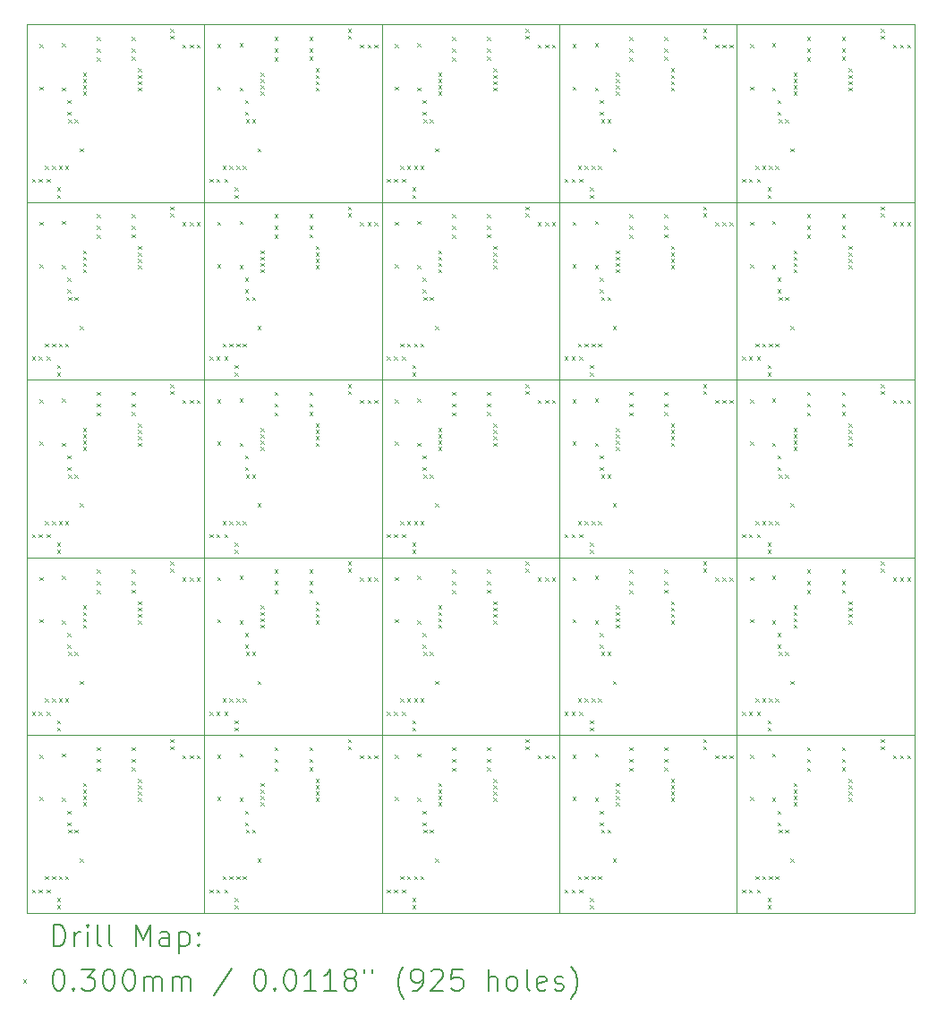
<source format=gbr>
%TF.GenerationSoftware,KiCad,Pcbnew,7.0.9*%
%TF.CreationDate,2024-01-01T14:06:12+01:00*%
%TF.ProjectId,Nutzen,4e75747a-656e-42e6-9b69-6361645f7063,rev?*%
%TF.SameCoordinates,Original*%
%TF.FileFunction,Drillmap*%
%TF.FilePolarity,Positive*%
%FSLAX45Y45*%
G04 Gerber Fmt 4.5, Leading zero omitted, Abs format (unit mm)*
G04 Created by KiCad (PCBNEW 7.0.9) date 2024-01-01 14:06:12*
%MOMM*%
%LPD*%
G01*
G04 APERTURE LIST*
%ADD10C,0.100000*%
%ADD11C,0.200000*%
G04 APERTURE END LIST*
D10*
X8680000Y-14000000D02*
X8680000Y-12320000D01*
X13720000Y-5600000D02*
X13720000Y-7280000D01*
X8680000Y-7280000D02*
X8680000Y-5600000D01*
X8680000Y-10640000D02*
X10360000Y-10640000D01*
X10360000Y-8960000D02*
X10360000Y-10640000D01*
X8680000Y-12320000D02*
X7000000Y-12320000D01*
X15400000Y-12320000D02*
X13720000Y-12320000D01*
X10360000Y-12320000D02*
X10360000Y-10640000D01*
X8680000Y-7280000D02*
X8680000Y-8960000D01*
X8680000Y-5600000D02*
X7000000Y-5600000D01*
X10360000Y-10640000D02*
X8680000Y-10640000D01*
X13720000Y-5600000D02*
X12040000Y-5600000D01*
X8680000Y-8960000D02*
X7000000Y-8960000D01*
X12040000Y-7280000D02*
X12040000Y-8960000D01*
X10360000Y-12320000D02*
X12040000Y-12320000D01*
X8680000Y-12320000D02*
X8680000Y-14000000D01*
X10360000Y-5600000D02*
X8680000Y-5600000D01*
X12040000Y-12320000D02*
X12040000Y-10640000D01*
X13720000Y-14000000D02*
X13720000Y-12320000D01*
X12040000Y-14000000D02*
X12040000Y-12320000D01*
X8680000Y-7280000D02*
X10360000Y-7280000D01*
X15400000Y-5600000D02*
X13720000Y-5600000D01*
X12040000Y-10640000D02*
X12040000Y-8960000D01*
X8680000Y-10640000D02*
X8680000Y-12320000D01*
X15400000Y-7280000D02*
X15400000Y-5600000D01*
X13720000Y-10640000D02*
X13720000Y-8960000D01*
X12040000Y-12320000D02*
X10360000Y-12320000D01*
X10360000Y-10640000D02*
X10360000Y-8960000D01*
X13720000Y-8960000D02*
X13720000Y-7280000D01*
X7000000Y-8960000D02*
X8680000Y-8960000D01*
X13720000Y-14000000D02*
X15400000Y-14000000D01*
X7000000Y-10640000D02*
X7000000Y-12320000D01*
X7000000Y-10640000D02*
X8680000Y-10640000D01*
X12040000Y-10640000D02*
X10360000Y-10640000D01*
X10360000Y-10640000D02*
X12040000Y-10640000D01*
X12040000Y-12320000D02*
X12040000Y-14000000D01*
X13720000Y-12320000D02*
X12040000Y-12320000D01*
X7000000Y-8960000D02*
X7000000Y-10640000D01*
X10360000Y-14000000D02*
X12040000Y-14000000D01*
X8680000Y-14000000D02*
X10360000Y-14000000D01*
X8680000Y-8960000D02*
X8680000Y-7280000D01*
X15400000Y-12320000D02*
X15400000Y-10640000D01*
X12040000Y-7280000D02*
X12040000Y-5600000D01*
X13720000Y-7280000D02*
X12040000Y-7280000D01*
X10360000Y-12320000D02*
X8680000Y-12320000D01*
X10360000Y-10640000D02*
X10360000Y-12320000D01*
X10360000Y-7280000D02*
X12040000Y-7280000D01*
X13720000Y-7280000D02*
X13720000Y-8960000D01*
X13720000Y-7280000D02*
X13720000Y-5600000D01*
X7000000Y-12320000D02*
X8680000Y-12320000D01*
X8680000Y-5600000D02*
X8680000Y-7280000D01*
X10360000Y-8960000D02*
X8680000Y-8960000D01*
X8680000Y-8960000D02*
X10360000Y-8960000D01*
X10360000Y-8960000D02*
X12040000Y-8960000D01*
X12040000Y-12320000D02*
X13720000Y-12320000D01*
X15400000Y-10640000D02*
X13720000Y-10640000D01*
X13720000Y-12320000D02*
X15400000Y-12320000D01*
X12040000Y-14000000D02*
X13720000Y-14000000D01*
X12040000Y-8960000D02*
X13720000Y-8960000D01*
X8680000Y-12320000D02*
X10360000Y-12320000D01*
X12040000Y-8960000D02*
X12040000Y-10640000D01*
X13720000Y-10640000D02*
X15400000Y-10640000D01*
X13720000Y-8960000D02*
X15400000Y-8960000D01*
X13720000Y-10640000D02*
X13720000Y-12320000D01*
X10360000Y-7280000D02*
X8680000Y-7280000D01*
X10360000Y-14000000D02*
X10360000Y-12320000D01*
X12040000Y-8960000D02*
X10360000Y-8960000D01*
X15400000Y-7280000D02*
X13720000Y-7280000D01*
X15400000Y-10640000D02*
X15400000Y-8960000D01*
X12040000Y-10640000D02*
X13720000Y-10640000D01*
X12040000Y-8960000D02*
X12040000Y-7280000D01*
X12040000Y-5600000D02*
X10360000Y-5600000D01*
X15400000Y-8960000D02*
X15400000Y-7280000D01*
X10360000Y-8960000D02*
X10360000Y-7280000D01*
X10360000Y-7280000D02*
X10360000Y-8960000D01*
X8680000Y-10640000D02*
X8680000Y-8960000D01*
X13720000Y-8960000D02*
X12040000Y-8960000D01*
X13720000Y-12320000D02*
X13720000Y-10640000D01*
X7000000Y-7280000D02*
X7000000Y-8960000D01*
X8680000Y-12320000D02*
X8680000Y-10640000D01*
X7000000Y-12320000D02*
X7000000Y-14000000D01*
X8680000Y-7280000D02*
X7000000Y-7280000D01*
X13720000Y-8960000D02*
X13720000Y-10640000D01*
X13720000Y-12320000D02*
X13720000Y-14000000D01*
X12040000Y-10640000D02*
X12040000Y-12320000D01*
X7000000Y-5600000D02*
X7000000Y-7280000D01*
X13720000Y-7280000D02*
X15400000Y-7280000D01*
X12040000Y-7280000D02*
X10360000Y-7280000D01*
X10360000Y-12320000D02*
X10360000Y-14000000D01*
X7000000Y-14000000D02*
X8680000Y-14000000D01*
X8680000Y-8960000D02*
X8680000Y-10640000D01*
X10360000Y-5600000D02*
X10360000Y-7280000D01*
X10360000Y-7280000D02*
X10360000Y-5600000D01*
X15400000Y-8960000D02*
X13720000Y-8960000D01*
X13720000Y-10640000D02*
X12040000Y-10640000D01*
X15400000Y-14000000D02*
X15400000Y-12320000D01*
X12040000Y-7280000D02*
X13720000Y-7280000D01*
X7000000Y-7280000D02*
X8680000Y-7280000D01*
X8680000Y-10640000D02*
X7000000Y-10640000D01*
X12040000Y-5600000D02*
X12040000Y-7280000D01*
D11*
D10*
X7050000Y-7060000D02*
X7080000Y-7090000D01*
X7080000Y-7060000D02*
X7050000Y-7090000D01*
X7050000Y-8740000D02*
X7080000Y-8770000D01*
X7080000Y-8740000D02*
X7050000Y-8770000D01*
X7050000Y-10420000D02*
X7080000Y-10450000D01*
X7080000Y-10420000D02*
X7050000Y-10450000D01*
X7050000Y-12100000D02*
X7080000Y-12130000D01*
X7080000Y-12100000D02*
X7050000Y-12130000D01*
X7050000Y-13780000D02*
X7080000Y-13810000D01*
X7080000Y-13780000D02*
X7050000Y-13810000D01*
X7115000Y-7060000D02*
X7145000Y-7090000D01*
X7145000Y-7060000D02*
X7115000Y-7090000D01*
X7115000Y-8740000D02*
X7145000Y-8770000D01*
X7145000Y-8740000D02*
X7115000Y-8770000D01*
X7115000Y-10420000D02*
X7145000Y-10450000D01*
X7145000Y-10420000D02*
X7115000Y-10450000D01*
X7115000Y-12100000D02*
X7145000Y-12130000D01*
X7145000Y-12100000D02*
X7115000Y-12130000D01*
X7115000Y-13780000D02*
X7145000Y-13810000D01*
X7145000Y-13780000D02*
X7115000Y-13810000D01*
X7125000Y-5785000D02*
X7155000Y-5815000D01*
X7155000Y-5785000D02*
X7125000Y-5815000D01*
X7125000Y-6185000D02*
X7155000Y-6215000D01*
X7155000Y-6185000D02*
X7125000Y-6215000D01*
X7125000Y-7465000D02*
X7155000Y-7495000D01*
X7155000Y-7465000D02*
X7125000Y-7495000D01*
X7125000Y-7865000D02*
X7155000Y-7895000D01*
X7155000Y-7865000D02*
X7125000Y-7895000D01*
X7125000Y-9145000D02*
X7155000Y-9175000D01*
X7155000Y-9145000D02*
X7125000Y-9175000D01*
X7125000Y-9545000D02*
X7155000Y-9575000D01*
X7155000Y-9545000D02*
X7125000Y-9575000D01*
X7125000Y-10825000D02*
X7155000Y-10855000D01*
X7155000Y-10825000D02*
X7125000Y-10855000D01*
X7125000Y-11225000D02*
X7155000Y-11255000D01*
X7155000Y-11225000D02*
X7125000Y-11255000D01*
X7125000Y-12505000D02*
X7155000Y-12535000D01*
X7155000Y-12505000D02*
X7125000Y-12535000D01*
X7125000Y-12905000D02*
X7155000Y-12935000D01*
X7155000Y-12905000D02*
X7125000Y-12935000D01*
X7175000Y-6935000D02*
X7205000Y-6965000D01*
X7205000Y-6935000D02*
X7175000Y-6965000D01*
X7175000Y-8615000D02*
X7205000Y-8645000D01*
X7205000Y-8615000D02*
X7175000Y-8645000D01*
X7175000Y-10295000D02*
X7205000Y-10325000D01*
X7205000Y-10295000D02*
X7175000Y-10325000D01*
X7175000Y-11975000D02*
X7205000Y-12005000D01*
X7205000Y-11975000D02*
X7175000Y-12005000D01*
X7175000Y-13655000D02*
X7205000Y-13685000D01*
X7205000Y-13655000D02*
X7175000Y-13685000D01*
X7190000Y-7060000D02*
X7220000Y-7090000D01*
X7220000Y-7060000D02*
X7190000Y-7090000D01*
X7190000Y-8740000D02*
X7220000Y-8770000D01*
X7220000Y-8740000D02*
X7190000Y-8770000D01*
X7190000Y-10420000D02*
X7220000Y-10450000D01*
X7220000Y-10420000D02*
X7190000Y-10450000D01*
X7190000Y-12100000D02*
X7220000Y-12130000D01*
X7220000Y-12100000D02*
X7190000Y-12130000D01*
X7190000Y-13780000D02*
X7220000Y-13810000D01*
X7220000Y-13780000D02*
X7190000Y-13810000D01*
X7240000Y-6935000D02*
X7270000Y-6965000D01*
X7270000Y-6935000D02*
X7240000Y-6965000D01*
X7240000Y-8615000D02*
X7270000Y-8645000D01*
X7270000Y-8615000D02*
X7240000Y-8645000D01*
X7240000Y-10295000D02*
X7270000Y-10325000D01*
X7270000Y-10295000D02*
X7240000Y-10325000D01*
X7240000Y-11975000D02*
X7270000Y-12005000D01*
X7270000Y-11975000D02*
X7240000Y-12005000D01*
X7240000Y-13655000D02*
X7270000Y-13685000D01*
X7270000Y-13655000D02*
X7240000Y-13685000D01*
X7290000Y-7140000D02*
X7320000Y-7170000D01*
X7320000Y-7140000D02*
X7290000Y-7170000D01*
X7290000Y-7210000D02*
X7320000Y-7240000D01*
X7320000Y-7210000D02*
X7290000Y-7240000D01*
X7290000Y-8820000D02*
X7320000Y-8850000D01*
X7320000Y-8820000D02*
X7290000Y-8850000D01*
X7290000Y-8890000D02*
X7320000Y-8920000D01*
X7320000Y-8890000D02*
X7290000Y-8920000D01*
X7290000Y-10500000D02*
X7320000Y-10530000D01*
X7320000Y-10500000D02*
X7290000Y-10530000D01*
X7290000Y-10570000D02*
X7320000Y-10600000D01*
X7320000Y-10570000D02*
X7290000Y-10600000D01*
X7290000Y-12180000D02*
X7320000Y-12210000D01*
X7320000Y-12180000D02*
X7290000Y-12210000D01*
X7290000Y-12250000D02*
X7320000Y-12280000D01*
X7320000Y-12250000D02*
X7290000Y-12280000D01*
X7290000Y-13860000D02*
X7320000Y-13890000D01*
X7320000Y-13860000D02*
X7290000Y-13890000D01*
X7290000Y-13930000D02*
X7320000Y-13960000D01*
X7320000Y-13930000D02*
X7290000Y-13960000D01*
X7305000Y-6935000D02*
X7335000Y-6965000D01*
X7335000Y-6935000D02*
X7305000Y-6965000D01*
X7305000Y-8615000D02*
X7335000Y-8645000D01*
X7335000Y-8615000D02*
X7305000Y-8645000D01*
X7305000Y-10295000D02*
X7335000Y-10325000D01*
X7335000Y-10295000D02*
X7305000Y-10325000D01*
X7305000Y-11975000D02*
X7335000Y-12005000D01*
X7335000Y-11975000D02*
X7305000Y-12005000D01*
X7305000Y-13655000D02*
X7335000Y-13685000D01*
X7335000Y-13655000D02*
X7305000Y-13685000D01*
X7335000Y-5775000D02*
X7365000Y-5805000D01*
X7365000Y-5775000D02*
X7335000Y-5805000D01*
X7335000Y-6195000D02*
X7365000Y-6225000D01*
X7365000Y-6195000D02*
X7335000Y-6225000D01*
X7335000Y-7455000D02*
X7365000Y-7485000D01*
X7365000Y-7455000D02*
X7335000Y-7485000D01*
X7335000Y-7875000D02*
X7365000Y-7905000D01*
X7365000Y-7875000D02*
X7335000Y-7905000D01*
X7335000Y-9135000D02*
X7365000Y-9165000D01*
X7365000Y-9135000D02*
X7335000Y-9165000D01*
X7335000Y-9555000D02*
X7365000Y-9585000D01*
X7365000Y-9555000D02*
X7335000Y-9585000D01*
X7335000Y-10815000D02*
X7365000Y-10845000D01*
X7365000Y-10815000D02*
X7335000Y-10845000D01*
X7335000Y-11235000D02*
X7365000Y-11265000D01*
X7365000Y-11235000D02*
X7335000Y-11265000D01*
X7335000Y-12495000D02*
X7365000Y-12525000D01*
X7365000Y-12495000D02*
X7335000Y-12525000D01*
X7335000Y-12915000D02*
X7365000Y-12945000D01*
X7365000Y-12915000D02*
X7335000Y-12945000D01*
X7365000Y-6935000D02*
X7395000Y-6965000D01*
X7395000Y-6935000D02*
X7365000Y-6965000D01*
X7365000Y-8615000D02*
X7395000Y-8645000D01*
X7395000Y-8615000D02*
X7365000Y-8645000D01*
X7365000Y-10295000D02*
X7395000Y-10325000D01*
X7395000Y-10295000D02*
X7365000Y-10325000D01*
X7365000Y-11975000D02*
X7395000Y-12005000D01*
X7395000Y-11975000D02*
X7365000Y-12005000D01*
X7365000Y-13655000D02*
X7395000Y-13685000D01*
X7395000Y-13655000D02*
X7365000Y-13685000D01*
X7385000Y-6315000D02*
X7415000Y-6345000D01*
X7415000Y-6315000D02*
X7385000Y-6345000D01*
X7385000Y-6425000D02*
X7415000Y-6455000D01*
X7415000Y-6425000D02*
X7385000Y-6455000D01*
X7385000Y-7995000D02*
X7415000Y-8025000D01*
X7415000Y-7995000D02*
X7385000Y-8025000D01*
X7385000Y-8105000D02*
X7415000Y-8135000D01*
X7415000Y-8105000D02*
X7385000Y-8135000D01*
X7385000Y-9675000D02*
X7415000Y-9705000D01*
X7415000Y-9675000D02*
X7385000Y-9705000D01*
X7385000Y-9785000D02*
X7415000Y-9815000D01*
X7415000Y-9785000D02*
X7385000Y-9815000D01*
X7385000Y-11355000D02*
X7415000Y-11385000D01*
X7415000Y-11355000D02*
X7385000Y-11385000D01*
X7385000Y-11465000D02*
X7415000Y-11495000D01*
X7415000Y-11465000D02*
X7385000Y-11495000D01*
X7385000Y-13035000D02*
X7415000Y-13065000D01*
X7415000Y-13035000D02*
X7385000Y-13065000D01*
X7385000Y-13145000D02*
X7415000Y-13175000D01*
X7415000Y-13145000D02*
X7385000Y-13175000D01*
X7395000Y-6495000D02*
X7425000Y-6525000D01*
X7425000Y-6495000D02*
X7395000Y-6525000D01*
X7395000Y-8175000D02*
X7425000Y-8205000D01*
X7425000Y-8175000D02*
X7395000Y-8205000D01*
X7395000Y-9855000D02*
X7425000Y-9885000D01*
X7425000Y-9855000D02*
X7395000Y-9885000D01*
X7395000Y-11535000D02*
X7425000Y-11565000D01*
X7425000Y-11535000D02*
X7395000Y-11565000D01*
X7395000Y-13215000D02*
X7425000Y-13245000D01*
X7425000Y-13215000D02*
X7395000Y-13245000D01*
X7455000Y-6495000D02*
X7485000Y-6525000D01*
X7485000Y-6495000D02*
X7455000Y-6525000D01*
X7455000Y-8175000D02*
X7485000Y-8205000D01*
X7485000Y-8175000D02*
X7455000Y-8205000D01*
X7455000Y-9855000D02*
X7485000Y-9885000D01*
X7485000Y-9855000D02*
X7455000Y-9885000D01*
X7455000Y-11535000D02*
X7485000Y-11565000D01*
X7485000Y-11535000D02*
X7455000Y-11565000D01*
X7455000Y-13215000D02*
X7485000Y-13245000D01*
X7485000Y-13215000D02*
X7455000Y-13245000D01*
X7505000Y-6770000D02*
X7535000Y-6800000D01*
X7535000Y-6770000D02*
X7505000Y-6800000D01*
X7505000Y-8450000D02*
X7535000Y-8480000D01*
X7535000Y-8450000D02*
X7505000Y-8480000D01*
X7505000Y-10130000D02*
X7535000Y-10160000D01*
X7535000Y-10130000D02*
X7505000Y-10160000D01*
X7505000Y-11810000D02*
X7535000Y-11840000D01*
X7535000Y-11810000D02*
X7505000Y-11840000D01*
X7505000Y-13490000D02*
X7535000Y-13520000D01*
X7535000Y-13490000D02*
X7505000Y-13520000D01*
X7535000Y-6055000D02*
X7565000Y-6085000D01*
X7565000Y-6055000D02*
X7535000Y-6085000D01*
X7535000Y-6115000D02*
X7565000Y-6145000D01*
X7565000Y-6115000D02*
X7535000Y-6145000D01*
X7535000Y-6175000D02*
X7565000Y-6205000D01*
X7565000Y-6175000D02*
X7535000Y-6205000D01*
X7535000Y-6235000D02*
X7565000Y-6265000D01*
X7565000Y-6235000D02*
X7535000Y-6265000D01*
X7535000Y-7735000D02*
X7565000Y-7765000D01*
X7565000Y-7735000D02*
X7535000Y-7765000D01*
X7535000Y-7795000D02*
X7565000Y-7825000D01*
X7565000Y-7795000D02*
X7535000Y-7825000D01*
X7535000Y-7855000D02*
X7565000Y-7885000D01*
X7565000Y-7855000D02*
X7535000Y-7885000D01*
X7535000Y-7915000D02*
X7565000Y-7945000D01*
X7565000Y-7915000D02*
X7535000Y-7945000D01*
X7535000Y-9415000D02*
X7565000Y-9445000D01*
X7565000Y-9415000D02*
X7535000Y-9445000D01*
X7535000Y-9475000D02*
X7565000Y-9505000D01*
X7565000Y-9475000D02*
X7535000Y-9505000D01*
X7535000Y-9535000D02*
X7565000Y-9565000D01*
X7565000Y-9535000D02*
X7535000Y-9565000D01*
X7535000Y-9595000D02*
X7565000Y-9625000D01*
X7565000Y-9595000D02*
X7535000Y-9625000D01*
X7535000Y-11095000D02*
X7565000Y-11125000D01*
X7565000Y-11095000D02*
X7535000Y-11125000D01*
X7535000Y-11155000D02*
X7565000Y-11185000D01*
X7565000Y-11155000D02*
X7535000Y-11185000D01*
X7535000Y-11215000D02*
X7565000Y-11245000D01*
X7565000Y-11215000D02*
X7535000Y-11245000D01*
X7535000Y-11275000D02*
X7565000Y-11305000D01*
X7565000Y-11275000D02*
X7535000Y-11305000D01*
X7535000Y-12775000D02*
X7565000Y-12805000D01*
X7565000Y-12775000D02*
X7535000Y-12805000D01*
X7535000Y-12835000D02*
X7565000Y-12865000D01*
X7565000Y-12835000D02*
X7535000Y-12865000D01*
X7535000Y-12895000D02*
X7565000Y-12925000D01*
X7565000Y-12895000D02*
X7535000Y-12925000D01*
X7535000Y-12955000D02*
X7565000Y-12985000D01*
X7565000Y-12955000D02*
X7535000Y-12985000D01*
X7665000Y-5715000D02*
X7695000Y-5745000D01*
X7695000Y-5715000D02*
X7665000Y-5745000D01*
X7665000Y-5825000D02*
X7695000Y-5855000D01*
X7695000Y-5825000D02*
X7665000Y-5855000D01*
X7665000Y-5910000D02*
X7695000Y-5940000D01*
X7695000Y-5910000D02*
X7665000Y-5940000D01*
X7665000Y-7395000D02*
X7695000Y-7425000D01*
X7695000Y-7395000D02*
X7665000Y-7425000D01*
X7665000Y-7505000D02*
X7695000Y-7535000D01*
X7695000Y-7505000D02*
X7665000Y-7535000D01*
X7665000Y-7590000D02*
X7695000Y-7620000D01*
X7695000Y-7590000D02*
X7665000Y-7620000D01*
X7665000Y-9075000D02*
X7695000Y-9105000D01*
X7695000Y-9075000D02*
X7665000Y-9105000D01*
X7665000Y-9185000D02*
X7695000Y-9215000D01*
X7695000Y-9185000D02*
X7665000Y-9215000D01*
X7665000Y-9270000D02*
X7695000Y-9300000D01*
X7695000Y-9270000D02*
X7665000Y-9300000D01*
X7665000Y-10755000D02*
X7695000Y-10785000D01*
X7695000Y-10755000D02*
X7665000Y-10785000D01*
X7665000Y-10865000D02*
X7695000Y-10895000D01*
X7695000Y-10865000D02*
X7665000Y-10895000D01*
X7665000Y-10950000D02*
X7695000Y-10980000D01*
X7695000Y-10950000D02*
X7665000Y-10980000D01*
X7665000Y-12435000D02*
X7695000Y-12465000D01*
X7695000Y-12435000D02*
X7665000Y-12465000D01*
X7665000Y-12545000D02*
X7695000Y-12575000D01*
X7695000Y-12545000D02*
X7665000Y-12575000D01*
X7665000Y-12630000D02*
X7695000Y-12660000D01*
X7695000Y-12630000D02*
X7665000Y-12660000D01*
X7995000Y-5715000D02*
X8025000Y-5745000D01*
X8025000Y-5715000D02*
X7995000Y-5745000D01*
X7995000Y-5825000D02*
X8025000Y-5855000D01*
X8025000Y-5825000D02*
X7995000Y-5855000D01*
X7995000Y-5905000D02*
X8025000Y-5935000D01*
X8025000Y-5905000D02*
X7995000Y-5935000D01*
X7995000Y-7395000D02*
X8025000Y-7425000D01*
X8025000Y-7395000D02*
X7995000Y-7425000D01*
X7995000Y-7505000D02*
X8025000Y-7535000D01*
X8025000Y-7505000D02*
X7995000Y-7535000D01*
X7995000Y-7585000D02*
X8025000Y-7615000D01*
X8025000Y-7585000D02*
X7995000Y-7615000D01*
X7995000Y-9075000D02*
X8025000Y-9105000D01*
X8025000Y-9075000D02*
X7995000Y-9105000D01*
X7995000Y-9185000D02*
X8025000Y-9215000D01*
X8025000Y-9185000D02*
X7995000Y-9215000D01*
X7995000Y-9265000D02*
X8025000Y-9295000D01*
X8025000Y-9265000D02*
X7995000Y-9295000D01*
X7995000Y-10755000D02*
X8025000Y-10785000D01*
X8025000Y-10755000D02*
X7995000Y-10785000D01*
X7995000Y-10865000D02*
X8025000Y-10895000D01*
X8025000Y-10865000D02*
X7995000Y-10895000D01*
X7995000Y-10945000D02*
X8025000Y-10975000D01*
X8025000Y-10945000D02*
X7995000Y-10975000D01*
X7995000Y-12435000D02*
X8025000Y-12465000D01*
X8025000Y-12435000D02*
X7995000Y-12465000D01*
X7995000Y-12545000D02*
X8025000Y-12575000D01*
X8025000Y-12545000D02*
X7995000Y-12575000D01*
X7995000Y-12625000D02*
X8025000Y-12655000D01*
X8025000Y-12625000D02*
X7995000Y-12655000D01*
X8055000Y-6015000D02*
X8085000Y-6045000D01*
X8085000Y-6015000D02*
X8055000Y-6045000D01*
X8055000Y-6075000D02*
X8085000Y-6105000D01*
X8085000Y-6075000D02*
X8055000Y-6105000D01*
X8055000Y-6135000D02*
X8085000Y-6165000D01*
X8085000Y-6135000D02*
X8055000Y-6165000D01*
X8055000Y-6195000D02*
X8085000Y-6225000D01*
X8085000Y-6195000D02*
X8055000Y-6225000D01*
X8055000Y-7695000D02*
X8085000Y-7725000D01*
X8085000Y-7695000D02*
X8055000Y-7725000D01*
X8055000Y-7755000D02*
X8085000Y-7785000D01*
X8085000Y-7755000D02*
X8055000Y-7785000D01*
X8055000Y-7815000D02*
X8085000Y-7845000D01*
X8085000Y-7815000D02*
X8055000Y-7845000D01*
X8055000Y-7875000D02*
X8085000Y-7905000D01*
X8085000Y-7875000D02*
X8055000Y-7905000D01*
X8055000Y-9375000D02*
X8085000Y-9405000D01*
X8085000Y-9375000D02*
X8055000Y-9405000D01*
X8055000Y-9435000D02*
X8085000Y-9465000D01*
X8085000Y-9435000D02*
X8055000Y-9465000D01*
X8055000Y-9495000D02*
X8085000Y-9525000D01*
X8085000Y-9495000D02*
X8055000Y-9525000D01*
X8055000Y-9555000D02*
X8085000Y-9585000D01*
X8085000Y-9555000D02*
X8055000Y-9585000D01*
X8055000Y-11055000D02*
X8085000Y-11085000D01*
X8085000Y-11055000D02*
X8055000Y-11085000D01*
X8055000Y-11115000D02*
X8085000Y-11145000D01*
X8085000Y-11115000D02*
X8055000Y-11145000D01*
X8055000Y-11175000D02*
X8085000Y-11205000D01*
X8085000Y-11175000D02*
X8055000Y-11205000D01*
X8055000Y-11235000D02*
X8085000Y-11265000D01*
X8085000Y-11235000D02*
X8055000Y-11265000D01*
X8055000Y-12735000D02*
X8085000Y-12765000D01*
X8085000Y-12735000D02*
X8055000Y-12765000D01*
X8055000Y-12795000D02*
X8085000Y-12825000D01*
X8085000Y-12795000D02*
X8055000Y-12825000D01*
X8055000Y-12855000D02*
X8085000Y-12885000D01*
X8085000Y-12855000D02*
X8055000Y-12885000D01*
X8055000Y-12915000D02*
X8085000Y-12945000D01*
X8085000Y-12915000D02*
X8055000Y-12945000D01*
X8360000Y-5639950D02*
X8390000Y-5669950D01*
X8390000Y-5639950D02*
X8360000Y-5669950D01*
X8360000Y-5705000D02*
X8390000Y-5735000D01*
X8390000Y-5705000D02*
X8360000Y-5735000D01*
X8360000Y-7319950D02*
X8390000Y-7349950D01*
X8390000Y-7319950D02*
X8360000Y-7349950D01*
X8360000Y-7385000D02*
X8390000Y-7415000D01*
X8390000Y-7385000D02*
X8360000Y-7415000D01*
X8360000Y-8999950D02*
X8390000Y-9029950D01*
X8390000Y-8999950D02*
X8360000Y-9029950D01*
X8360000Y-9065000D02*
X8390000Y-9095000D01*
X8390000Y-9065000D02*
X8360000Y-9095000D01*
X8360000Y-10679950D02*
X8390000Y-10709950D01*
X8390000Y-10679950D02*
X8360000Y-10709950D01*
X8360000Y-10745000D02*
X8390000Y-10775000D01*
X8390000Y-10745000D02*
X8360000Y-10775000D01*
X8360000Y-12359950D02*
X8390000Y-12389950D01*
X8390000Y-12359950D02*
X8360000Y-12389950D01*
X8360000Y-12425000D02*
X8390000Y-12455000D01*
X8390000Y-12425000D02*
X8360000Y-12455000D01*
X8475000Y-5790000D02*
X8505000Y-5820000D01*
X8505000Y-5790000D02*
X8475000Y-5820000D01*
X8475000Y-7470000D02*
X8505000Y-7500000D01*
X8505000Y-7470000D02*
X8475000Y-7500000D01*
X8475000Y-9150000D02*
X8505000Y-9180000D01*
X8505000Y-9150000D02*
X8475000Y-9180000D01*
X8475000Y-10830000D02*
X8505000Y-10860000D01*
X8505000Y-10830000D02*
X8475000Y-10860000D01*
X8475000Y-12510000D02*
X8505000Y-12540000D01*
X8505000Y-12510000D02*
X8475000Y-12540000D01*
X8545000Y-5790000D02*
X8575000Y-5820000D01*
X8575000Y-5790000D02*
X8545000Y-5820000D01*
X8545000Y-7470000D02*
X8575000Y-7500000D01*
X8575000Y-7470000D02*
X8545000Y-7500000D01*
X8545000Y-9150000D02*
X8575000Y-9180000D01*
X8575000Y-9150000D02*
X8545000Y-9180000D01*
X8545000Y-10830000D02*
X8575000Y-10860000D01*
X8575000Y-10830000D02*
X8545000Y-10860000D01*
X8545000Y-12510000D02*
X8575000Y-12540000D01*
X8575000Y-12510000D02*
X8545000Y-12540000D01*
X8610000Y-5790000D02*
X8640000Y-5820000D01*
X8640000Y-5790000D02*
X8610000Y-5820000D01*
X8610000Y-7470000D02*
X8640000Y-7500000D01*
X8640000Y-7470000D02*
X8610000Y-7500000D01*
X8610000Y-9150000D02*
X8640000Y-9180000D01*
X8640000Y-9150000D02*
X8610000Y-9180000D01*
X8610000Y-10830000D02*
X8640000Y-10860000D01*
X8640000Y-10830000D02*
X8610000Y-10860000D01*
X8610000Y-12510000D02*
X8640000Y-12540000D01*
X8640000Y-12510000D02*
X8610000Y-12540000D01*
X8730000Y-7060000D02*
X8760000Y-7090000D01*
X8760000Y-7060000D02*
X8730000Y-7090000D01*
X8730000Y-8740000D02*
X8760000Y-8770000D01*
X8760000Y-8740000D02*
X8730000Y-8770000D01*
X8730000Y-10420000D02*
X8760000Y-10450000D01*
X8760000Y-10420000D02*
X8730000Y-10450000D01*
X8730000Y-12100000D02*
X8760000Y-12130000D01*
X8760000Y-12100000D02*
X8730000Y-12130000D01*
X8730000Y-13780000D02*
X8760000Y-13810000D01*
X8760000Y-13780000D02*
X8730000Y-13810000D01*
X8795000Y-7060000D02*
X8825000Y-7090000D01*
X8825000Y-7060000D02*
X8795000Y-7090000D01*
X8795000Y-8740000D02*
X8825000Y-8770000D01*
X8825000Y-8740000D02*
X8795000Y-8770000D01*
X8795000Y-10420000D02*
X8825000Y-10450000D01*
X8825000Y-10420000D02*
X8795000Y-10450000D01*
X8795000Y-12100000D02*
X8825000Y-12130000D01*
X8825000Y-12100000D02*
X8795000Y-12130000D01*
X8795000Y-13780000D02*
X8825000Y-13810000D01*
X8825000Y-13780000D02*
X8795000Y-13810000D01*
X8805000Y-5785000D02*
X8835000Y-5815000D01*
X8835000Y-5785000D02*
X8805000Y-5815000D01*
X8805000Y-6185000D02*
X8835000Y-6215000D01*
X8835000Y-6185000D02*
X8805000Y-6215000D01*
X8805000Y-7465000D02*
X8835000Y-7495000D01*
X8835000Y-7465000D02*
X8805000Y-7495000D01*
X8805000Y-7865000D02*
X8835000Y-7895000D01*
X8835000Y-7865000D02*
X8805000Y-7895000D01*
X8805000Y-9145000D02*
X8835000Y-9175000D01*
X8835000Y-9145000D02*
X8805000Y-9175000D01*
X8805000Y-9545000D02*
X8835000Y-9575000D01*
X8835000Y-9545000D02*
X8805000Y-9575000D01*
X8805000Y-10825000D02*
X8835000Y-10855000D01*
X8835000Y-10825000D02*
X8805000Y-10855000D01*
X8805000Y-11225000D02*
X8835000Y-11255000D01*
X8835000Y-11225000D02*
X8805000Y-11255000D01*
X8805000Y-12505000D02*
X8835000Y-12535000D01*
X8835000Y-12505000D02*
X8805000Y-12535000D01*
X8805000Y-12905000D02*
X8835000Y-12935000D01*
X8835000Y-12905000D02*
X8805000Y-12935000D01*
X8855000Y-6935000D02*
X8885000Y-6965000D01*
X8885000Y-6935000D02*
X8855000Y-6965000D01*
X8855000Y-8615000D02*
X8885000Y-8645000D01*
X8885000Y-8615000D02*
X8855000Y-8645000D01*
X8855000Y-10295000D02*
X8885000Y-10325000D01*
X8885000Y-10295000D02*
X8855000Y-10325000D01*
X8855000Y-11975000D02*
X8885000Y-12005000D01*
X8885000Y-11975000D02*
X8855000Y-12005000D01*
X8855000Y-13655000D02*
X8885000Y-13685000D01*
X8885000Y-13655000D02*
X8855000Y-13685000D01*
X8870000Y-7060000D02*
X8900000Y-7090000D01*
X8900000Y-7060000D02*
X8870000Y-7090000D01*
X8870000Y-8740000D02*
X8900000Y-8770000D01*
X8900000Y-8740000D02*
X8870000Y-8770000D01*
X8870000Y-10420000D02*
X8900000Y-10450000D01*
X8900000Y-10420000D02*
X8870000Y-10450000D01*
X8870000Y-12100000D02*
X8900000Y-12130000D01*
X8900000Y-12100000D02*
X8870000Y-12130000D01*
X8870000Y-13780000D02*
X8900000Y-13810000D01*
X8900000Y-13780000D02*
X8870000Y-13810000D01*
X8920000Y-6935000D02*
X8950000Y-6965000D01*
X8950000Y-6935000D02*
X8920000Y-6965000D01*
X8920000Y-8615000D02*
X8950000Y-8645000D01*
X8950000Y-8615000D02*
X8920000Y-8645000D01*
X8920000Y-10295000D02*
X8950000Y-10325000D01*
X8950000Y-10295000D02*
X8920000Y-10325000D01*
X8920000Y-11975000D02*
X8950000Y-12005000D01*
X8950000Y-11975000D02*
X8920000Y-12005000D01*
X8920000Y-13655000D02*
X8950000Y-13685000D01*
X8950000Y-13655000D02*
X8920000Y-13685000D01*
X8970000Y-7140000D02*
X9000000Y-7170000D01*
X9000000Y-7140000D02*
X8970000Y-7170000D01*
X8970000Y-7210000D02*
X9000000Y-7240000D01*
X9000000Y-7210000D02*
X8970000Y-7240000D01*
X8970000Y-8820000D02*
X9000000Y-8850000D01*
X9000000Y-8820000D02*
X8970000Y-8850000D01*
X8970000Y-8890000D02*
X9000000Y-8920000D01*
X9000000Y-8890000D02*
X8970000Y-8920000D01*
X8970000Y-10500000D02*
X9000000Y-10530000D01*
X9000000Y-10500000D02*
X8970000Y-10530000D01*
X8970000Y-10570000D02*
X9000000Y-10600000D01*
X9000000Y-10570000D02*
X8970000Y-10600000D01*
X8970000Y-12180000D02*
X9000000Y-12210000D01*
X9000000Y-12180000D02*
X8970000Y-12210000D01*
X8970000Y-12250000D02*
X9000000Y-12280000D01*
X9000000Y-12250000D02*
X8970000Y-12280000D01*
X8970000Y-13860000D02*
X9000000Y-13890000D01*
X9000000Y-13860000D02*
X8970000Y-13890000D01*
X8970000Y-13930000D02*
X9000000Y-13960000D01*
X9000000Y-13930000D02*
X8970000Y-13960000D01*
X8985000Y-6935000D02*
X9015000Y-6965000D01*
X9015000Y-6935000D02*
X8985000Y-6965000D01*
X8985000Y-8615000D02*
X9015000Y-8645000D01*
X9015000Y-8615000D02*
X8985000Y-8645000D01*
X8985000Y-10295000D02*
X9015000Y-10325000D01*
X9015000Y-10295000D02*
X8985000Y-10325000D01*
X8985000Y-11975000D02*
X9015000Y-12005000D01*
X9015000Y-11975000D02*
X8985000Y-12005000D01*
X8985000Y-13655000D02*
X9015000Y-13685000D01*
X9015000Y-13655000D02*
X8985000Y-13685000D01*
X9015000Y-5775000D02*
X9045000Y-5805000D01*
X9045000Y-5775000D02*
X9015000Y-5805000D01*
X9015000Y-6195000D02*
X9045000Y-6225000D01*
X9045000Y-6195000D02*
X9015000Y-6225000D01*
X9015000Y-7455000D02*
X9045000Y-7485000D01*
X9045000Y-7455000D02*
X9015000Y-7485000D01*
X9015000Y-7875000D02*
X9045000Y-7905000D01*
X9045000Y-7875000D02*
X9015000Y-7905000D01*
X9015000Y-9135000D02*
X9045000Y-9165000D01*
X9045000Y-9135000D02*
X9015000Y-9165000D01*
X9015000Y-9555000D02*
X9045000Y-9585000D01*
X9045000Y-9555000D02*
X9015000Y-9585000D01*
X9015000Y-10815000D02*
X9045000Y-10845000D01*
X9045000Y-10815000D02*
X9015000Y-10845000D01*
X9015000Y-11235000D02*
X9045000Y-11265000D01*
X9045000Y-11235000D02*
X9015000Y-11265000D01*
X9015000Y-12495000D02*
X9045000Y-12525000D01*
X9045000Y-12495000D02*
X9015000Y-12525000D01*
X9015000Y-12915000D02*
X9045000Y-12945000D01*
X9045000Y-12915000D02*
X9015000Y-12945000D01*
X9045000Y-6935000D02*
X9075000Y-6965000D01*
X9075000Y-6935000D02*
X9045000Y-6965000D01*
X9045000Y-8615000D02*
X9075000Y-8645000D01*
X9075000Y-8615000D02*
X9045000Y-8645000D01*
X9045000Y-10295000D02*
X9075000Y-10325000D01*
X9075000Y-10295000D02*
X9045000Y-10325000D01*
X9045000Y-11975000D02*
X9075000Y-12005000D01*
X9075000Y-11975000D02*
X9045000Y-12005000D01*
X9045000Y-13655000D02*
X9075000Y-13685000D01*
X9075000Y-13655000D02*
X9045000Y-13685000D01*
X9065000Y-6315000D02*
X9095000Y-6345000D01*
X9095000Y-6315000D02*
X9065000Y-6345000D01*
X9065000Y-6425000D02*
X9095000Y-6455000D01*
X9095000Y-6425000D02*
X9065000Y-6455000D01*
X9065000Y-7995000D02*
X9095000Y-8025000D01*
X9095000Y-7995000D02*
X9065000Y-8025000D01*
X9065000Y-8105000D02*
X9095000Y-8135000D01*
X9095000Y-8105000D02*
X9065000Y-8135000D01*
X9065000Y-9675000D02*
X9095000Y-9705000D01*
X9095000Y-9675000D02*
X9065000Y-9705000D01*
X9065000Y-9785000D02*
X9095000Y-9815000D01*
X9095000Y-9785000D02*
X9065000Y-9815000D01*
X9065000Y-11355000D02*
X9095000Y-11385000D01*
X9095000Y-11355000D02*
X9065000Y-11385000D01*
X9065000Y-11465000D02*
X9095000Y-11495000D01*
X9095000Y-11465000D02*
X9065000Y-11495000D01*
X9065000Y-13035000D02*
X9095000Y-13065000D01*
X9095000Y-13035000D02*
X9065000Y-13065000D01*
X9065000Y-13145000D02*
X9095000Y-13175000D01*
X9095000Y-13145000D02*
X9065000Y-13175000D01*
X9075000Y-6495000D02*
X9105000Y-6525000D01*
X9105000Y-6495000D02*
X9075000Y-6525000D01*
X9075000Y-8175000D02*
X9105000Y-8205000D01*
X9105000Y-8175000D02*
X9075000Y-8205000D01*
X9075000Y-9855000D02*
X9105000Y-9885000D01*
X9105000Y-9855000D02*
X9075000Y-9885000D01*
X9075000Y-11535000D02*
X9105000Y-11565000D01*
X9105000Y-11535000D02*
X9075000Y-11565000D01*
X9075000Y-13215000D02*
X9105000Y-13245000D01*
X9105000Y-13215000D02*
X9075000Y-13245000D01*
X9135000Y-6495000D02*
X9165000Y-6525000D01*
X9165000Y-6495000D02*
X9135000Y-6525000D01*
X9135000Y-8175000D02*
X9165000Y-8205000D01*
X9165000Y-8175000D02*
X9135000Y-8205000D01*
X9135000Y-9855000D02*
X9165000Y-9885000D01*
X9165000Y-9855000D02*
X9135000Y-9885000D01*
X9135000Y-11535000D02*
X9165000Y-11565000D01*
X9165000Y-11535000D02*
X9135000Y-11565000D01*
X9135000Y-13215000D02*
X9165000Y-13245000D01*
X9165000Y-13215000D02*
X9135000Y-13245000D01*
X9185000Y-6770000D02*
X9215000Y-6800000D01*
X9215000Y-6770000D02*
X9185000Y-6800000D01*
X9185000Y-8450000D02*
X9215000Y-8480000D01*
X9215000Y-8450000D02*
X9185000Y-8480000D01*
X9185000Y-10130000D02*
X9215000Y-10160000D01*
X9215000Y-10130000D02*
X9185000Y-10160000D01*
X9185000Y-11810000D02*
X9215000Y-11840000D01*
X9215000Y-11810000D02*
X9185000Y-11840000D01*
X9185000Y-13490000D02*
X9215000Y-13520000D01*
X9215000Y-13490000D02*
X9185000Y-13520000D01*
X9215000Y-6055000D02*
X9245000Y-6085000D01*
X9245000Y-6055000D02*
X9215000Y-6085000D01*
X9215000Y-6115000D02*
X9245000Y-6145000D01*
X9245000Y-6115000D02*
X9215000Y-6145000D01*
X9215000Y-6175000D02*
X9245000Y-6205000D01*
X9245000Y-6175000D02*
X9215000Y-6205000D01*
X9215000Y-6235000D02*
X9245000Y-6265000D01*
X9245000Y-6235000D02*
X9215000Y-6265000D01*
X9215000Y-7735000D02*
X9245000Y-7765000D01*
X9245000Y-7735000D02*
X9215000Y-7765000D01*
X9215000Y-7795000D02*
X9245000Y-7825000D01*
X9245000Y-7795000D02*
X9215000Y-7825000D01*
X9215000Y-7855000D02*
X9245000Y-7885000D01*
X9245000Y-7855000D02*
X9215000Y-7885000D01*
X9215000Y-7915000D02*
X9245000Y-7945000D01*
X9245000Y-7915000D02*
X9215000Y-7945000D01*
X9215000Y-9415000D02*
X9245000Y-9445000D01*
X9245000Y-9415000D02*
X9215000Y-9445000D01*
X9215000Y-9475000D02*
X9245000Y-9505000D01*
X9245000Y-9475000D02*
X9215000Y-9505000D01*
X9215000Y-9535000D02*
X9245000Y-9565000D01*
X9245000Y-9535000D02*
X9215000Y-9565000D01*
X9215000Y-9595000D02*
X9245000Y-9625000D01*
X9245000Y-9595000D02*
X9215000Y-9625000D01*
X9215000Y-11095000D02*
X9245000Y-11125000D01*
X9245000Y-11095000D02*
X9215000Y-11125000D01*
X9215000Y-11155000D02*
X9245000Y-11185000D01*
X9245000Y-11155000D02*
X9215000Y-11185000D01*
X9215000Y-11215000D02*
X9245000Y-11245000D01*
X9245000Y-11215000D02*
X9215000Y-11245000D01*
X9215000Y-11275000D02*
X9245000Y-11305000D01*
X9245000Y-11275000D02*
X9215000Y-11305000D01*
X9215000Y-12775000D02*
X9245000Y-12805000D01*
X9245000Y-12775000D02*
X9215000Y-12805000D01*
X9215000Y-12835000D02*
X9245000Y-12865000D01*
X9245000Y-12835000D02*
X9215000Y-12865000D01*
X9215000Y-12895000D02*
X9245000Y-12925000D01*
X9245000Y-12895000D02*
X9215000Y-12925000D01*
X9215000Y-12955000D02*
X9245000Y-12985000D01*
X9245000Y-12955000D02*
X9215000Y-12985000D01*
X9345000Y-5715000D02*
X9375000Y-5745000D01*
X9375000Y-5715000D02*
X9345000Y-5745000D01*
X9345000Y-5825000D02*
X9375000Y-5855000D01*
X9375000Y-5825000D02*
X9345000Y-5855000D01*
X9345000Y-5910000D02*
X9375000Y-5940000D01*
X9375000Y-5910000D02*
X9345000Y-5940000D01*
X9345000Y-7395000D02*
X9375000Y-7425000D01*
X9375000Y-7395000D02*
X9345000Y-7425000D01*
X9345000Y-7505000D02*
X9375000Y-7535000D01*
X9375000Y-7505000D02*
X9345000Y-7535000D01*
X9345000Y-7590000D02*
X9375000Y-7620000D01*
X9375000Y-7590000D02*
X9345000Y-7620000D01*
X9345000Y-9075000D02*
X9375000Y-9105000D01*
X9375000Y-9075000D02*
X9345000Y-9105000D01*
X9345000Y-9185000D02*
X9375000Y-9215000D01*
X9375000Y-9185000D02*
X9345000Y-9215000D01*
X9345000Y-9270000D02*
X9375000Y-9300000D01*
X9375000Y-9270000D02*
X9345000Y-9300000D01*
X9345000Y-10755000D02*
X9375000Y-10785000D01*
X9375000Y-10755000D02*
X9345000Y-10785000D01*
X9345000Y-10865000D02*
X9375000Y-10895000D01*
X9375000Y-10865000D02*
X9345000Y-10895000D01*
X9345000Y-10950000D02*
X9375000Y-10980000D01*
X9375000Y-10950000D02*
X9345000Y-10980000D01*
X9345000Y-12435000D02*
X9375000Y-12465000D01*
X9375000Y-12435000D02*
X9345000Y-12465000D01*
X9345000Y-12545000D02*
X9375000Y-12575000D01*
X9375000Y-12545000D02*
X9345000Y-12575000D01*
X9345000Y-12630000D02*
X9375000Y-12660000D01*
X9375000Y-12630000D02*
X9345000Y-12660000D01*
X9675000Y-5715000D02*
X9705000Y-5745000D01*
X9705000Y-5715000D02*
X9675000Y-5745000D01*
X9675000Y-5825000D02*
X9705000Y-5855000D01*
X9705000Y-5825000D02*
X9675000Y-5855000D01*
X9675000Y-5905000D02*
X9705000Y-5935000D01*
X9705000Y-5905000D02*
X9675000Y-5935000D01*
X9675000Y-7395000D02*
X9705000Y-7425000D01*
X9705000Y-7395000D02*
X9675000Y-7425000D01*
X9675000Y-7505000D02*
X9705000Y-7535000D01*
X9705000Y-7505000D02*
X9675000Y-7535000D01*
X9675000Y-7585000D02*
X9705000Y-7615000D01*
X9705000Y-7585000D02*
X9675000Y-7615000D01*
X9675000Y-9075000D02*
X9705000Y-9105000D01*
X9705000Y-9075000D02*
X9675000Y-9105000D01*
X9675000Y-9185000D02*
X9705000Y-9215000D01*
X9705000Y-9185000D02*
X9675000Y-9215000D01*
X9675000Y-9265000D02*
X9705000Y-9295000D01*
X9705000Y-9265000D02*
X9675000Y-9295000D01*
X9675000Y-10755000D02*
X9705000Y-10785000D01*
X9705000Y-10755000D02*
X9675000Y-10785000D01*
X9675000Y-10865000D02*
X9705000Y-10895000D01*
X9705000Y-10865000D02*
X9675000Y-10895000D01*
X9675000Y-10945000D02*
X9705000Y-10975000D01*
X9705000Y-10945000D02*
X9675000Y-10975000D01*
X9675000Y-12435000D02*
X9705000Y-12465000D01*
X9705000Y-12435000D02*
X9675000Y-12465000D01*
X9675000Y-12545000D02*
X9705000Y-12575000D01*
X9705000Y-12545000D02*
X9675000Y-12575000D01*
X9675000Y-12625000D02*
X9705000Y-12655000D01*
X9705000Y-12625000D02*
X9675000Y-12655000D01*
X9735000Y-6015000D02*
X9765000Y-6045000D01*
X9765000Y-6015000D02*
X9735000Y-6045000D01*
X9735000Y-6075000D02*
X9765000Y-6105000D01*
X9765000Y-6075000D02*
X9735000Y-6105000D01*
X9735000Y-6135000D02*
X9765000Y-6165000D01*
X9765000Y-6135000D02*
X9735000Y-6165000D01*
X9735000Y-6195000D02*
X9765000Y-6225000D01*
X9765000Y-6195000D02*
X9735000Y-6225000D01*
X9735000Y-7695000D02*
X9765000Y-7725000D01*
X9765000Y-7695000D02*
X9735000Y-7725000D01*
X9735000Y-7755000D02*
X9765000Y-7785000D01*
X9765000Y-7755000D02*
X9735000Y-7785000D01*
X9735000Y-7815000D02*
X9765000Y-7845000D01*
X9765000Y-7815000D02*
X9735000Y-7845000D01*
X9735000Y-7875000D02*
X9765000Y-7905000D01*
X9765000Y-7875000D02*
X9735000Y-7905000D01*
X9735000Y-9375000D02*
X9765000Y-9405000D01*
X9765000Y-9375000D02*
X9735000Y-9405000D01*
X9735000Y-9435000D02*
X9765000Y-9465000D01*
X9765000Y-9435000D02*
X9735000Y-9465000D01*
X9735000Y-9495000D02*
X9765000Y-9525000D01*
X9765000Y-9495000D02*
X9735000Y-9525000D01*
X9735000Y-9555000D02*
X9765000Y-9585000D01*
X9765000Y-9555000D02*
X9735000Y-9585000D01*
X9735000Y-11055000D02*
X9765000Y-11085000D01*
X9765000Y-11055000D02*
X9735000Y-11085000D01*
X9735000Y-11115000D02*
X9765000Y-11145000D01*
X9765000Y-11115000D02*
X9735000Y-11145000D01*
X9735000Y-11175000D02*
X9765000Y-11205000D01*
X9765000Y-11175000D02*
X9735000Y-11205000D01*
X9735000Y-11235000D02*
X9765000Y-11265000D01*
X9765000Y-11235000D02*
X9735000Y-11265000D01*
X9735000Y-12735000D02*
X9765000Y-12765000D01*
X9765000Y-12735000D02*
X9735000Y-12765000D01*
X9735000Y-12795000D02*
X9765000Y-12825000D01*
X9765000Y-12795000D02*
X9735000Y-12825000D01*
X9735000Y-12855000D02*
X9765000Y-12885000D01*
X9765000Y-12855000D02*
X9735000Y-12885000D01*
X9735000Y-12915000D02*
X9765000Y-12945000D01*
X9765000Y-12915000D02*
X9735000Y-12945000D01*
X10040000Y-5639950D02*
X10070000Y-5669950D01*
X10070000Y-5639950D02*
X10040000Y-5669950D01*
X10040000Y-5705000D02*
X10070000Y-5735000D01*
X10070000Y-5705000D02*
X10040000Y-5735000D01*
X10040000Y-7319950D02*
X10070000Y-7349950D01*
X10070000Y-7319950D02*
X10040000Y-7349950D01*
X10040000Y-7385000D02*
X10070000Y-7415000D01*
X10070000Y-7385000D02*
X10040000Y-7415000D01*
X10040000Y-8999950D02*
X10070000Y-9029950D01*
X10070000Y-8999950D02*
X10040000Y-9029950D01*
X10040000Y-9065000D02*
X10070000Y-9095000D01*
X10070000Y-9065000D02*
X10040000Y-9095000D01*
X10040000Y-10679950D02*
X10070000Y-10709950D01*
X10070000Y-10679950D02*
X10040000Y-10709950D01*
X10040000Y-10745000D02*
X10070000Y-10775000D01*
X10070000Y-10745000D02*
X10040000Y-10775000D01*
X10040000Y-12359950D02*
X10070000Y-12389950D01*
X10070000Y-12359950D02*
X10040000Y-12389950D01*
X10040000Y-12425000D02*
X10070000Y-12455000D01*
X10070000Y-12425000D02*
X10040000Y-12455000D01*
X10155000Y-5790000D02*
X10185000Y-5820000D01*
X10185000Y-5790000D02*
X10155000Y-5820000D01*
X10155000Y-7470000D02*
X10185000Y-7500000D01*
X10185000Y-7470000D02*
X10155000Y-7500000D01*
X10155000Y-9150000D02*
X10185000Y-9180000D01*
X10185000Y-9150000D02*
X10155000Y-9180000D01*
X10155000Y-10830000D02*
X10185000Y-10860000D01*
X10185000Y-10830000D02*
X10155000Y-10860000D01*
X10155000Y-12510000D02*
X10185000Y-12540000D01*
X10185000Y-12510000D02*
X10155000Y-12540000D01*
X10225000Y-5790000D02*
X10255000Y-5820000D01*
X10255000Y-5790000D02*
X10225000Y-5820000D01*
X10225000Y-7470000D02*
X10255000Y-7500000D01*
X10255000Y-7470000D02*
X10225000Y-7500000D01*
X10225000Y-9150000D02*
X10255000Y-9180000D01*
X10255000Y-9150000D02*
X10225000Y-9180000D01*
X10225000Y-10830000D02*
X10255000Y-10860000D01*
X10255000Y-10830000D02*
X10225000Y-10860000D01*
X10225000Y-12510000D02*
X10255000Y-12540000D01*
X10255000Y-12510000D02*
X10225000Y-12540000D01*
X10290000Y-5790000D02*
X10320000Y-5820000D01*
X10320000Y-5790000D02*
X10290000Y-5820000D01*
X10290000Y-7470000D02*
X10320000Y-7500000D01*
X10320000Y-7470000D02*
X10290000Y-7500000D01*
X10290000Y-9150000D02*
X10320000Y-9180000D01*
X10320000Y-9150000D02*
X10290000Y-9180000D01*
X10290000Y-10830000D02*
X10320000Y-10860000D01*
X10320000Y-10830000D02*
X10290000Y-10860000D01*
X10290000Y-12510000D02*
X10320000Y-12540000D01*
X10320000Y-12510000D02*
X10290000Y-12540000D01*
X10410000Y-7060000D02*
X10440000Y-7090000D01*
X10440000Y-7060000D02*
X10410000Y-7090000D01*
X10410000Y-8740000D02*
X10440000Y-8770000D01*
X10440000Y-8740000D02*
X10410000Y-8770000D01*
X10410000Y-10420000D02*
X10440000Y-10450000D01*
X10440000Y-10420000D02*
X10410000Y-10450000D01*
X10410000Y-12100000D02*
X10440000Y-12130000D01*
X10440000Y-12100000D02*
X10410000Y-12130000D01*
X10410000Y-13780000D02*
X10440000Y-13810000D01*
X10440000Y-13780000D02*
X10410000Y-13810000D01*
X10475000Y-7060000D02*
X10505000Y-7090000D01*
X10505000Y-7060000D02*
X10475000Y-7090000D01*
X10475000Y-8740000D02*
X10505000Y-8770000D01*
X10505000Y-8740000D02*
X10475000Y-8770000D01*
X10475000Y-10420000D02*
X10505000Y-10450000D01*
X10505000Y-10420000D02*
X10475000Y-10450000D01*
X10475000Y-12100000D02*
X10505000Y-12130000D01*
X10505000Y-12100000D02*
X10475000Y-12130000D01*
X10475000Y-13780000D02*
X10505000Y-13810000D01*
X10505000Y-13780000D02*
X10475000Y-13810000D01*
X10485000Y-5785000D02*
X10515000Y-5815000D01*
X10515000Y-5785000D02*
X10485000Y-5815000D01*
X10485000Y-6185000D02*
X10515000Y-6215000D01*
X10515000Y-6185000D02*
X10485000Y-6215000D01*
X10485000Y-7465000D02*
X10515000Y-7495000D01*
X10515000Y-7465000D02*
X10485000Y-7495000D01*
X10485000Y-7865000D02*
X10515000Y-7895000D01*
X10515000Y-7865000D02*
X10485000Y-7895000D01*
X10485000Y-9145000D02*
X10515000Y-9175000D01*
X10515000Y-9145000D02*
X10485000Y-9175000D01*
X10485000Y-9545000D02*
X10515000Y-9575000D01*
X10515000Y-9545000D02*
X10485000Y-9575000D01*
X10485000Y-10825000D02*
X10515000Y-10855000D01*
X10515000Y-10825000D02*
X10485000Y-10855000D01*
X10485000Y-11225000D02*
X10515000Y-11255000D01*
X10515000Y-11225000D02*
X10485000Y-11255000D01*
X10485000Y-12505000D02*
X10515000Y-12535000D01*
X10515000Y-12505000D02*
X10485000Y-12535000D01*
X10485000Y-12905000D02*
X10515000Y-12935000D01*
X10515000Y-12905000D02*
X10485000Y-12935000D01*
X10535000Y-6935000D02*
X10565000Y-6965000D01*
X10565000Y-6935000D02*
X10535000Y-6965000D01*
X10535000Y-8615000D02*
X10565000Y-8645000D01*
X10565000Y-8615000D02*
X10535000Y-8645000D01*
X10535000Y-10295000D02*
X10565000Y-10325000D01*
X10565000Y-10295000D02*
X10535000Y-10325000D01*
X10535000Y-11975000D02*
X10565000Y-12005000D01*
X10565000Y-11975000D02*
X10535000Y-12005000D01*
X10535000Y-13655000D02*
X10565000Y-13685000D01*
X10565000Y-13655000D02*
X10535000Y-13685000D01*
X10550000Y-7060000D02*
X10580000Y-7090000D01*
X10580000Y-7060000D02*
X10550000Y-7090000D01*
X10550000Y-8740000D02*
X10580000Y-8770000D01*
X10580000Y-8740000D02*
X10550000Y-8770000D01*
X10550000Y-10420000D02*
X10580000Y-10450000D01*
X10580000Y-10420000D02*
X10550000Y-10450000D01*
X10550000Y-12100000D02*
X10580000Y-12130000D01*
X10580000Y-12100000D02*
X10550000Y-12130000D01*
X10550000Y-13780000D02*
X10580000Y-13810000D01*
X10580000Y-13780000D02*
X10550000Y-13810000D01*
X10600000Y-6935000D02*
X10630000Y-6965000D01*
X10630000Y-6935000D02*
X10600000Y-6965000D01*
X10600000Y-8615000D02*
X10630000Y-8645000D01*
X10630000Y-8615000D02*
X10600000Y-8645000D01*
X10600000Y-10295000D02*
X10630000Y-10325000D01*
X10630000Y-10295000D02*
X10600000Y-10325000D01*
X10600000Y-11975000D02*
X10630000Y-12005000D01*
X10630000Y-11975000D02*
X10600000Y-12005000D01*
X10600000Y-13655000D02*
X10630000Y-13685000D01*
X10630000Y-13655000D02*
X10600000Y-13685000D01*
X10650000Y-7140000D02*
X10680000Y-7170000D01*
X10680000Y-7140000D02*
X10650000Y-7170000D01*
X10650000Y-7210000D02*
X10680000Y-7240000D01*
X10680000Y-7210000D02*
X10650000Y-7240000D01*
X10650000Y-8820000D02*
X10680000Y-8850000D01*
X10680000Y-8820000D02*
X10650000Y-8850000D01*
X10650000Y-8890000D02*
X10680000Y-8920000D01*
X10680000Y-8890000D02*
X10650000Y-8920000D01*
X10650000Y-10500000D02*
X10680000Y-10530000D01*
X10680000Y-10500000D02*
X10650000Y-10530000D01*
X10650000Y-10570000D02*
X10680000Y-10600000D01*
X10680000Y-10570000D02*
X10650000Y-10600000D01*
X10650000Y-12180000D02*
X10680000Y-12210000D01*
X10680000Y-12180000D02*
X10650000Y-12210000D01*
X10650000Y-12250000D02*
X10680000Y-12280000D01*
X10680000Y-12250000D02*
X10650000Y-12280000D01*
X10650000Y-13860000D02*
X10680000Y-13890000D01*
X10680000Y-13860000D02*
X10650000Y-13890000D01*
X10650000Y-13930000D02*
X10680000Y-13960000D01*
X10680000Y-13930000D02*
X10650000Y-13960000D01*
X10665000Y-6935000D02*
X10695000Y-6965000D01*
X10695000Y-6935000D02*
X10665000Y-6965000D01*
X10665000Y-8615000D02*
X10695000Y-8645000D01*
X10695000Y-8615000D02*
X10665000Y-8645000D01*
X10665000Y-10295000D02*
X10695000Y-10325000D01*
X10695000Y-10295000D02*
X10665000Y-10325000D01*
X10665000Y-11975000D02*
X10695000Y-12005000D01*
X10695000Y-11975000D02*
X10665000Y-12005000D01*
X10665000Y-13655000D02*
X10695000Y-13685000D01*
X10695000Y-13655000D02*
X10665000Y-13685000D01*
X10695000Y-5775000D02*
X10725000Y-5805000D01*
X10725000Y-5775000D02*
X10695000Y-5805000D01*
X10695000Y-6195000D02*
X10725000Y-6225000D01*
X10725000Y-6195000D02*
X10695000Y-6225000D01*
X10695000Y-7455000D02*
X10725000Y-7485000D01*
X10725000Y-7455000D02*
X10695000Y-7485000D01*
X10695000Y-7875000D02*
X10725000Y-7905000D01*
X10725000Y-7875000D02*
X10695000Y-7905000D01*
X10695000Y-9135000D02*
X10725000Y-9165000D01*
X10725000Y-9135000D02*
X10695000Y-9165000D01*
X10695000Y-9555000D02*
X10725000Y-9585000D01*
X10725000Y-9555000D02*
X10695000Y-9585000D01*
X10695000Y-10815000D02*
X10725000Y-10845000D01*
X10725000Y-10815000D02*
X10695000Y-10845000D01*
X10695000Y-11235000D02*
X10725000Y-11265000D01*
X10725000Y-11235000D02*
X10695000Y-11265000D01*
X10695000Y-12495000D02*
X10725000Y-12525000D01*
X10725000Y-12495000D02*
X10695000Y-12525000D01*
X10695000Y-12915000D02*
X10725000Y-12945000D01*
X10725000Y-12915000D02*
X10695000Y-12945000D01*
X10725000Y-6935000D02*
X10755000Y-6965000D01*
X10755000Y-6935000D02*
X10725000Y-6965000D01*
X10725000Y-8615000D02*
X10755000Y-8645000D01*
X10755000Y-8615000D02*
X10725000Y-8645000D01*
X10725000Y-10295000D02*
X10755000Y-10325000D01*
X10755000Y-10295000D02*
X10725000Y-10325000D01*
X10725000Y-11975000D02*
X10755000Y-12005000D01*
X10755000Y-11975000D02*
X10725000Y-12005000D01*
X10725000Y-13655000D02*
X10755000Y-13685000D01*
X10755000Y-13655000D02*
X10725000Y-13685000D01*
X10745000Y-6315000D02*
X10775000Y-6345000D01*
X10775000Y-6315000D02*
X10745000Y-6345000D01*
X10745000Y-6425000D02*
X10775000Y-6455000D01*
X10775000Y-6425000D02*
X10745000Y-6455000D01*
X10745000Y-7995000D02*
X10775000Y-8025000D01*
X10775000Y-7995000D02*
X10745000Y-8025000D01*
X10745000Y-8105000D02*
X10775000Y-8135000D01*
X10775000Y-8105000D02*
X10745000Y-8135000D01*
X10745000Y-9675000D02*
X10775000Y-9705000D01*
X10775000Y-9675000D02*
X10745000Y-9705000D01*
X10745000Y-9785000D02*
X10775000Y-9815000D01*
X10775000Y-9785000D02*
X10745000Y-9815000D01*
X10745000Y-11355000D02*
X10775000Y-11385000D01*
X10775000Y-11355000D02*
X10745000Y-11385000D01*
X10745000Y-11465000D02*
X10775000Y-11495000D01*
X10775000Y-11465000D02*
X10745000Y-11495000D01*
X10745000Y-13035000D02*
X10775000Y-13065000D01*
X10775000Y-13035000D02*
X10745000Y-13065000D01*
X10745000Y-13145000D02*
X10775000Y-13175000D01*
X10775000Y-13145000D02*
X10745000Y-13175000D01*
X10755000Y-6495000D02*
X10785000Y-6525000D01*
X10785000Y-6495000D02*
X10755000Y-6525000D01*
X10755000Y-8175000D02*
X10785000Y-8205000D01*
X10785000Y-8175000D02*
X10755000Y-8205000D01*
X10755000Y-9855000D02*
X10785000Y-9885000D01*
X10785000Y-9855000D02*
X10755000Y-9885000D01*
X10755000Y-11535000D02*
X10785000Y-11565000D01*
X10785000Y-11535000D02*
X10755000Y-11565000D01*
X10755000Y-13215000D02*
X10785000Y-13245000D01*
X10785000Y-13215000D02*
X10755000Y-13245000D01*
X10815000Y-6495000D02*
X10845000Y-6525000D01*
X10845000Y-6495000D02*
X10815000Y-6525000D01*
X10815000Y-8175000D02*
X10845000Y-8205000D01*
X10845000Y-8175000D02*
X10815000Y-8205000D01*
X10815000Y-9855000D02*
X10845000Y-9885000D01*
X10845000Y-9855000D02*
X10815000Y-9885000D01*
X10815000Y-11535000D02*
X10845000Y-11565000D01*
X10845000Y-11535000D02*
X10815000Y-11565000D01*
X10815000Y-13215000D02*
X10845000Y-13245000D01*
X10845000Y-13215000D02*
X10815000Y-13245000D01*
X10865000Y-6770000D02*
X10895000Y-6800000D01*
X10895000Y-6770000D02*
X10865000Y-6800000D01*
X10865000Y-8450000D02*
X10895000Y-8480000D01*
X10895000Y-8450000D02*
X10865000Y-8480000D01*
X10865000Y-10130000D02*
X10895000Y-10160000D01*
X10895000Y-10130000D02*
X10865000Y-10160000D01*
X10865000Y-11810000D02*
X10895000Y-11840000D01*
X10895000Y-11810000D02*
X10865000Y-11840000D01*
X10865000Y-13490000D02*
X10895000Y-13520000D01*
X10895000Y-13490000D02*
X10865000Y-13520000D01*
X10895000Y-6055000D02*
X10925000Y-6085000D01*
X10925000Y-6055000D02*
X10895000Y-6085000D01*
X10895000Y-6115000D02*
X10925000Y-6145000D01*
X10925000Y-6115000D02*
X10895000Y-6145000D01*
X10895000Y-6175000D02*
X10925000Y-6205000D01*
X10925000Y-6175000D02*
X10895000Y-6205000D01*
X10895000Y-6235000D02*
X10925000Y-6265000D01*
X10925000Y-6235000D02*
X10895000Y-6265000D01*
X10895000Y-7735000D02*
X10925000Y-7765000D01*
X10925000Y-7735000D02*
X10895000Y-7765000D01*
X10895000Y-7795000D02*
X10925000Y-7825000D01*
X10925000Y-7795000D02*
X10895000Y-7825000D01*
X10895000Y-7855000D02*
X10925000Y-7885000D01*
X10925000Y-7855000D02*
X10895000Y-7885000D01*
X10895000Y-7915000D02*
X10925000Y-7945000D01*
X10925000Y-7915000D02*
X10895000Y-7945000D01*
X10895000Y-9415000D02*
X10925000Y-9445000D01*
X10925000Y-9415000D02*
X10895000Y-9445000D01*
X10895000Y-9475000D02*
X10925000Y-9505000D01*
X10925000Y-9475000D02*
X10895000Y-9505000D01*
X10895000Y-9535000D02*
X10925000Y-9565000D01*
X10925000Y-9535000D02*
X10895000Y-9565000D01*
X10895000Y-9595000D02*
X10925000Y-9625000D01*
X10925000Y-9595000D02*
X10895000Y-9625000D01*
X10895000Y-11095000D02*
X10925000Y-11125000D01*
X10925000Y-11095000D02*
X10895000Y-11125000D01*
X10895000Y-11155000D02*
X10925000Y-11185000D01*
X10925000Y-11155000D02*
X10895000Y-11185000D01*
X10895000Y-11215000D02*
X10925000Y-11245000D01*
X10925000Y-11215000D02*
X10895000Y-11245000D01*
X10895000Y-11275000D02*
X10925000Y-11305000D01*
X10925000Y-11275000D02*
X10895000Y-11305000D01*
X10895000Y-12775000D02*
X10925000Y-12805000D01*
X10925000Y-12775000D02*
X10895000Y-12805000D01*
X10895000Y-12835000D02*
X10925000Y-12865000D01*
X10925000Y-12835000D02*
X10895000Y-12865000D01*
X10895000Y-12895000D02*
X10925000Y-12925000D01*
X10925000Y-12895000D02*
X10895000Y-12925000D01*
X10895000Y-12955000D02*
X10925000Y-12985000D01*
X10925000Y-12955000D02*
X10895000Y-12985000D01*
X11025000Y-5715000D02*
X11055000Y-5745000D01*
X11055000Y-5715000D02*
X11025000Y-5745000D01*
X11025000Y-5825000D02*
X11055000Y-5855000D01*
X11055000Y-5825000D02*
X11025000Y-5855000D01*
X11025000Y-5910000D02*
X11055000Y-5940000D01*
X11055000Y-5910000D02*
X11025000Y-5940000D01*
X11025000Y-7395000D02*
X11055000Y-7425000D01*
X11055000Y-7395000D02*
X11025000Y-7425000D01*
X11025000Y-7505000D02*
X11055000Y-7535000D01*
X11055000Y-7505000D02*
X11025000Y-7535000D01*
X11025000Y-7590000D02*
X11055000Y-7620000D01*
X11055000Y-7590000D02*
X11025000Y-7620000D01*
X11025000Y-9075000D02*
X11055000Y-9105000D01*
X11055000Y-9075000D02*
X11025000Y-9105000D01*
X11025000Y-9185000D02*
X11055000Y-9215000D01*
X11055000Y-9185000D02*
X11025000Y-9215000D01*
X11025000Y-9270000D02*
X11055000Y-9300000D01*
X11055000Y-9270000D02*
X11025000Y-9300000D01*
X11025000Y-10755000D02*
X11055000Y-10785000D01*
X11055000Y-10755000D02*
X11025000Y-10785000D01*
X11025000Y-10865000D02*
X11055000Y-10895000D01*
X11055000Y-10865000D02*
X11025000Y-10895000D01*
X11025000Y-10950000D02*
X11055000Y-10980000D01*
X11055000Y-10950000D02*
X11025000Y-10980000D01*
X11025000Y-12435000D02*
X11055000Y-12465000D01*
X11055000Y-12435000D02*
X11025000Y-12465000D01*
X11025000Y-12545000D02*
X11055000Y-12575000D01*
X11055000Y-12545000D02*
X11025000Y-12575000D01*
X11025000Y-12630000D02*
X11055000Y-12660000D01*
X11055000Y-12630000D02*
X11025000Y-12660000D01*
X11355000Y-5715000D02*
X11385000Y-5745000D01*
X11385000Y-5715000D02*
X11355000Y-5745000D01*
X11355000Y-5825000D02*
X11385000Y-5855000D01*
X11385000Y-5825000D02*
X11355000Y-5855000D01*
X11355000Y-5905000D02*
X11385000Y-5935000D01*
X11385000Y-5905000D02*
X11355000Y-5935000D01*
X11355000Y-7395000D02*
X11385000Y-7425000D01*
X11385000Y-7395000D02*
X11355000Y-7425000D01*
X11355000Y-7505000D02*
X11385000Y-7535000D01*
X11385000Y-7505000D02*
X11355000Y-7535000D01*
X11355000Y-7585000D02*
X11385000Y-7615000D01*
X11385000Y-7585000D02*
X11355000Y-7615000D01*
X11355000Y-9075000D02*
X11385000Y-9105000D01*
X11385000Y-9075000D02*
X11355000Y-9105000D01*
X11355000Y-9185000D02*
X11385000Y-9215000D01*
X11385000Y-9185000D02*
X11355000Y-9215000D01*
X11355000Y-9265000D02*
X11385000Y-9295000D01*
X11385000Y-9265000D02*
X11355000Y-9295000D01*
X11355000Y-10755000D02*
X11385000Y-10785000D01*
X11385000Y-10755000D02*
X11355000Y-10785000D01*
X11355000Y-10865000D02*
X11385000Y-10895000D01*
X11385000Y-10865000D02*
X11355000Y-10895000D01*
X11355000Y-10945000D02*
X11385000Y-10975000D01*
X11385000Y-10945000D02*
X11355000Y-10975000D01*
X11355000Y-12435000D02*
X11385000Y-12465000D01*
X11385000Y-12435000D02*
X11355000Y-12465000D01*
X11355000Y-12545000D02*
X11385000Y-12575000D01*
X11385000Y-12545000D02*
X11355000Y-12575000D01*
X11355000Y-12625000D02*
X11385000Y-12655000D01*
X11385000Y-12625000D02*
X11355000Y-12655000D01*
X11415000Y-6015000D02*
X11445000Y-6045000D01*
X11445000Y-6015000D02*
X11415000Y-6045000D01*
X11415000Y-6075000D02*
X11445000Y-6105000D01*
X11445000Y-6075000D02*
X11415000Y-6105000D01*
X11415000Y-6135000D02*
X11445000Y-6165000D01*
X11445000Y-6135000D02*
X11415000Y-6165000D01*
X11415000Y-6195000D02*
X11445000Y-6225000D01*
X11445000Y-6195000D02*
X11415000Y-6225000D01*
X11415000Y-7695000D02*
X11445000Y-7725000D01*
X11445000Y-7695000D02*
X11415000Y-7725000D01*
X11415000Y-7755000D02*
X11445000Y-7785000D01*
X11445000Y-7755000D02*
X11415000Y-7785000D01*
X11415000Y-7815000D02*
X11445000Y-7845000D01*
X11445000Y-7815000D02*
X11415000Y-7845000D01*
X11415000Y-7875000D02*
X11445000Y-7905000D01*
X11445000Y-7875000D02*
X11415000Y-7905000D01*
X11415000Y-9375000D02*
X11445000Y-9405000D01*
X11445000Y-9375000D02*
X11415000Y-9405000D01*
X11415000Y-9435000D02*
X11445000Y-9465000D01*
X11445000Y-9435000D02*
X11415000Y-9465000D01*
X11415000Y-9495000D02*
X11445000Y-9525000D01*
X11445000Y-9495000D02*
X11415000Y-9525000D01*
X11415000Y-9555000D02*
X11445000Y-9585000D01*
X11445000Y-9555000D02*
X11415000Y-9585000D01*
X11415000Y-11055000D02*
X11445000Y-11085000D01*
X11445000Y-11055000D02*
X11415000Y-11085000D01*
X11415000Y-11115000D02*
X11445000Y-11145000D01*
X11445000Y-11115000D02*
X11415000Y-11145000D01*
X11415000Y-11175000D02*
X11445000Y-11205000D01*
X11445000Y-11175000D02*
X11415000Y-11205000D01*
X11415000Y-11235000D02*
X11445000Y-11265000D01*
X11445000Y-11235000D02*
X11415000Y-11265000D01*
X11415000Y-12735000D02*
X11445000Y-12765000D01*
X11445000Y-12735000D02*
X11415000Y-12765000D01*
X11415000Y-12795000D02*
X11445000Y-12825000D01*
X11445000Y-12795000D02*
X11415000Y-12825000D01*
X11415000Y-12855000D02*
X11445000Y-12885000D01*
X11445000Y-12855000D02*
X11415000Y-12885000D01*
X11415000Y-12915000D02*
X11445000Y-12945000D01*
X11445000Y-12915000D02*
X11415000Y-12945000D01*
X11720000Y-5639950D02*
X11750000Y-5669950D01*
X11750000Y-5639950D02*
X11720000Y-5669950D01*
X11720000Y-5705000D02*
X11750000Y-5735000D01*
X11750000Y-5705000D02*
X11720000Y-5735000D01*
X11720000Y-7319950D02*
X11750000Y-7349950D01*
X11750000Y-7319950D02*
X11720000Y-7349950D01*
X11720000Y-7385000D02*
X11750000Y-7415000D01*
X11750000Y-7385000D02*
X11720000Y-7415000D01*
X11720000Y-8999950D02*
X11750000Y-9029950D01*
X11750000Y-8999950D02*
X11720000Y-9029950D01*
X11720000Y-9065000D02*
X11750000Y-9095000D01*
X11750000Y-9065000D02*
X11720000Y-9095000D01*
X11720000Y-10679950D02*
X11750000Y-10709950D01*
X11750000Y-10679950D02*
X11720000Y-10709950D01*
X11720000Y-10745000D02*
X11750000Y-10775000D01*
X11750000Y-10745000D02*
X11720000Y-10775000D01*
X11720000Y-12359950D02*
X11750000Y-12389950D01*
X11750000Y-12359950D02*
X11720000Y-12389950D01*
X11720000Y-12425000D02*
X11750000Y-12455000D01*
X11750000Y-12425000D02*
X11720000Y-12455000D01*
X11835000Y-5790000D02*
X11865000Y-5820000D01*
X11865000Y-5790000D02*
X11835000Y-5820000D01*
X11835000Y-7470000D02*
X11865000Y-7500000D01*
X11865000Y-7470000D02*
X11835000Y-7500000D01*
X11835000Y-9150000D02*
X11865000Y-9180000D01*
X11865000Y-9150000D02*
X11835000Y-9180000D01*
X11835000Y-10830000D02*
X11865000Y-10860000D01*
X11865000Y-10830000D02*
X11835000Y-10860000D01*
X11835000Y-12510000D02*
X11865000Y-12540000D01*
X11865000Y-12510000D02*
X11835000Y-12540000D01*
X11905000Y-5790000D02*
X11935000Y-5820000D01*
X11935000Y-5790000D02*
X11905000Y-5820000D01*
X11905000Y-7470000D02*
X11935000Y-7500000D01*
X11935000Y-7470000D02*
X11905000Y-7500000D01*
X11905000Y-9150000D02*
X11935000Y-9180000D01*
X11935000Y-9150000D02*
X11905000Y-9180000D01*
X11905000Y-10830000D02*
X11935000Y-10860000D01*
X11935000Y-10830000D02*
X11905000Y-10860000D01*
X11905000Y-12510000D02*
X11935000Y-12540000D01*
X11935000Y-12510000D02*
X11905000Y-12540000D01*
X11970000Y-5790000D02*
X12000000Y-5820000D01*
X12000000Y-5790000D02*
X11970000Y-5820000D01*
X11970000Y-7470000D02*
X12000000Y-7500000D01*
X12000000Y-7470000D02*
X11970000Y-7500000D01*
X11970000Y-9150000D02*
X12000000Y-9180000D01*
X12000000Y-9150000D02*
X11970000Y-9180000D01*
X11970000Y-10830000D02*
X12000000Y-10860000D01*
X12000000Y-10830000D02*
X11970000Y-10860000D01*
X11970000Y-12510000D02*
X12000000Y-12540000D01*
X12000000Y-12510000D02*
X11970000Y-12540000D01*
X12090000Y-7060000D02*
X12120000Y-7090000D01*
X12120000Y-7060000D02*
X12090000Y-7090000D01*
X12090000Y-8740000D02*
X12120000Y-8770000D01*
X12120000Y-8740000D02*
X12090000Y-8770000D01*
X12090000Y-10420000D02*
X12120000Y-10450000D01*
X12120000Y-10420000D02*
X12090000Y-10450000D01*
X12090000Y-12100000D02*
X12120000Y-12130000D01*
X12120000Y-12100000D02*
X12090000Y-12130000D01*
X12090000Y-13780000D02*
X12120000Y-13810000D01*
X12120000Y-13780000D02*
X12090000Y-13810000D01*
X12155000Y-7060000D02*
X12185000Y-7090000D01*
X12185000Y-7060000D02*
X12155000Y-7090000D01*
X12155000Y-8740000D02*
X12185000Y-8770000D01*
X12185000Y-8740000D02*
X12155000Y-8770000D01*
X12155000Y-10420000D02*
X12185000Y-10450000D01*
X12185000Y-10420000D02*
X12155000Y-10450000D01*
X12155000Y-12100000D02*
X12185000Y-12130000D01*
X12185000Y-12100000D02*
X12155000Y-12130000D01*
X12155000Y-13780000D02*
X12185000Y-13810000D01*
X12185000Y-13780000D02*
X12155000Y-13810000D01*
X12165000Y-5785000D02*
X12195000Y-5815000D01*
X12195000Y-5785000D02*
X12165000Y-5815000D01*
X12165000Y-6185000D02*
X12195000Y-6215000D01*
X12195000Y-6185000D02*
X12165000Y-6215000D01*
X12165000Y-7465000D02*
X12195000Y-7495000D01*
X12195000Y-7465000D02*
X12165000Y-7495000D01*
X12165000Y-7865000D02*
X12195000Y-7895000D01*
X12195000Y-7865000D02*
X12165000Y-7895000D01*
X12165000Y-9145000D02*
X12195000Y-9175000D01*
X12195000Y-9145000D02*
X12165000Y-9175000D01*
X12165000Y-9545000D02*
X12195000Y-9575000D01*
X12195000Y-9545000D02*
X12165000Y-9575000D01*
X12165000Y-10825000D02*
X12195000Y-10855000D01*
X12195000Y-10825000D02*
X12165000Y-10855000D01*
X12165000Y-11225000D02*
X12195000Y-11255000D01*
X12195000Y-11225000D02*
X12165000Y-11255000D01*
X12165000Y-12505000D02*
X12195000Y-12535000D01*
X12195000Y-12505000D02*
X12165000Y-12535000D01*
X12165000Y-12905000D02*
X12195000Y-12935000D01*
X12195000Y-12905000D02*
X12165000Y-12935000D01*
X12215000Y-6935000D02*
X12245000Y-6965000D01*
X12245000Y-6935000D02*
X12215000Y-6965000D01*
X12215000Y-8615000D02*
X12245000Y-8645000D01*
X12245000Y-8615000D02*
X12215000Y-8645000D01*
X12215000Y-10295000D02*
X12245000Y-10325000D01*
X12245000Y-10295000D02*
X12215000Y-10325000D01*
X12215000Y-11975000D02*
X12245000Y-12005000D01*
X12245000Y-11975000D02*
X12215000Y-12005000D01*
X12215000Y-13655000D02*
X12245000Y-13685000D01*
X12245000Y-13655000D02*
X12215000Y-13685000D01*
X12230000Y-7060000D02*
X12260000Y-7090000D01*
X12260000Y-7060000D02*
X12230000Y-7090000D01*
X12230000Y-8740000D02*
X12260000Y-8770000D01*
X12260000Y-8740000D02*
X12230000Y-8770000D01*
X12230000Y-10420000D02*
X12260000Y-10450000D01*
X12260000Y-10420000D02*
X12230000Y-10450000D01*
X12230000Y-12100000D02*
X12260000Y-12130000D01*
X12260000Y-12100000D02*
X12230000Y-12130000D01*
X12230000Y-13780000D02*
X12260000Y-13810000D01*
X12260000Y-13780000D02*
X12230000Y-13810000D01*
X12280000Y-6935000D02*
X12310000Y-6965000D01*
X12310000Y-6935000D02*
X12280000Y-6965000D01*
X12280000Y-8615000D02*
X12310000Y-8645000D01*
X12310000Y-8615000D02*
X12280000Y-8645000D01*
X12280000Y-10295000D02*
X12310000Y-10325000D01*
X12310000Y-10295000D02*
X12280000Y-10325000D01*
X12280000Y-11975000D02*
X12310000Y-12005000D01*
X12310000Y-11975000D02*
X12280000Y-12005000D01*
X12280000Y-13655000D02*
X12310000Y-13685000D01*
X12310000Y-13655000D02*
X12280000Y-13685000D01*
X12330000Y-7140000D02*
X12360000Y-7170000D01*
X12360000Y-7140000D02*
X12330000Y-7170000D01*
X12330000Y-7210000D02*
X12360000Y-7240000D01*
X12360000Y-7210000D02*
X12330000Y-7240000D01*
X12330000Y-8820000D02*
X12360000Y-8850000D01*
X12360000Y-8820000D02*
X12330000Y-8850000D01*
X12330000Y-8890000D02*
X12360000Y-8920000D01*
X12360000Y-8890000D02*
X12330000Y-8920000D01*
X12330000Y-10500000D02*
X12360000Y-10530000D01*
X12360000Y-10500000D02*
X12330000Y-10530000D01*
X12330000Y-10570000D02*
X12360000Y-10600000D01*
X12360000Y-10570000D02*
X12330000Y-10600000D01*
X12330000Y-12180000D02*
X12360000Y-12210000D01*
X12360000Y-12180000D02*
X12330000Y-12210000D01*
X12330000Y-12250000D02*
X12360000Y-12280000D01*
X12360000Y-12250000D02*
X12330000Y-12280000D01*
X12330000Y-13860000D02*
X12360000Y-13890000D01*
X12360000Y-13860000D02*
X12330000Y-13890000D01*
X12330000Y-13930000D02*
X12360000Y-13960000D01*
X12360000Y-13930000D02*
X12330000Y-13960000D01*
X12345000Y-6935000D02*
X12375000Y-6965000D01*
X12375000Y-6935000D02*
X12345000Y-6965000D01*
X12345000Y-8615000D02*
X12375000Y-8645000D01*
X12375000Y-8615000D02*
X12345000Y-8645000D01*
X12345000Y-10295000D02*
X12375000Y-10325000D01*
X12375000Y-10295000D02*
X12345000Y-10325000D01*
X12345000Y-11975000D02*
X12375000Y-12005000D01*
X12375000Y-11975000D02*
X12345000Y-12005000D01*
X12345000Y-13655000D02*
X12375000Y-13685000D01*
X12375000Y-13655000D02*
X12345000Y-13685000D01*
X12375000Y-5775000D02*
X12405000Y-5805000D01*
X12405000Y-5775000D02*
X12375000Y-5805000D01*
X12375000Y-6195000D02*
X12405000Y-6225000D01*
X12405000Y-6195000D02*
X12375000Y-6225000D01*
X12375000Y-7455000D02*
X12405000Y-7485000D01*
X12405000Y-7455000D02*
X12375000Y-7485000D01*
X12375000Y-7875000D02*
X12405000Y-7905000D01*
X12405000Y-7875000D02*
X12375000Y-7905000D01*
X12375000Y-9135000D02*
X12405000Y-9165000D01*
X12405000Y-9135000D02*
X12375000Y-9165000D01*
X12375000Y-9555000D02*
X12405000Y-9585000D01*
X12405000Y-9555000D02*
X12375000Y-9585000D01*
X12375000Y-10815000D02*
X12405000Y-10845000D01*
X12405000Y-10815000D02*
X12375000Y-10845000D01*
X12375000Y-11235000D02*
X12405000Y-11265000D01*
X12405000Y-11235000D02*
X12375000Y-11265000D01*
X12375000Y-12495000D02*
X12405000Y-12525000D01*
X12405000Y-12495000D02*
X12375000Y-12525000D01*
X12375000Y-12915000D02*
X12405000Y-12945000D01*
X12405000Y-12915000D02*
X12375000Y-12945000D01*
X12405000Y-6935000D02*
X12435000Y-6965000D01*
X12435000Y-6935000D02*
X12405000Y-6965000D01*
X12405000Y-8615000D02*
X12435000Y-8645000D01*
X12435000Y-8615000D02*
X12405000Y-8645000D01*
X12405000Y-10295000D02*
X12435000Y-10325000D01*
X12435000Y-10295000D02*
X12405000Y-10325000D01*
X12405000Y-11975000D02*
X12435000Y-12005000D01*
X12435000Y-11975000D02*
X12405000Y-12005000D01*
X12405000Y-13655000D02*
X12435000Y-13685000D01*
X12435000Y-13655000D02*
X12405000Y-13685000D01*
X12425000Y-6315000D02*
X12455000Y-6345000D01*
X12455000Y-6315000D02*
X12425000Y-6345000D01*
X12425000Y-6425000D02*
X12455000Y-6455000D01*
X12455000Y-6425000D02*
X12425000Y-6455000D01*
X12425000Y-7995000D02*
X12455000Y-8025000D01*
X12455000Y-7995000D02*
X12425000Y-8025000D01*
X12425000Y-8105000D02*
X12455000Y-8135000D01*
X12455000Y-8105000D02*
X12425000Y-8135000D01*
X12425000Y-9675000D02*
X12455000Y-9705000D01*
X12455000Y-9675000D02*
X12425000Y-9705000D01*
X12425000Y-9785000D02*
X12455000Y-9815000D01*
X12455000Y-9785000D02*
X12425000Y-9815000D01*
X12425000Y-11355000D02*
X12455000Y-11385000D01*
X12455000Y-11355000D02*
X12425000Y-11385000D01*
X12425000Y-11465000D02*
X12455000Y-11495000D01*
X12455000Y-11465000D02*
X12425000Y-11495000D01*
X12425000Y-13035000D02*
X12455000Y-13065000D01*
X12455000Y-13035000D02*
X12425000Y-13065000D01*
X12425000Y-13145000D02*
X12455000Y-13175000D01*
X12455000Y-13145000D02*
X12425000Y-13175000D01*
X12435000Y-6495000D02*
X12465000Y-6525000D01*
X12465000Y-6495000D02*
X12435000Y-6525000D01*
X12435000Y-8175000D02*
X12465000Y-8205000D01*
X12465000Y-8175000D02*
X12435000Y-8205000D01*
X12435000Y-9855000D02*
X12465000Y-9885000D01*
X12465000Y-9855000D02*
X12435000Y-9885000D01*
X12435000Y-11535000D02*
X12465000Y-11565000D01*
X12465000Y-11535000D02*
X12435000Y-11565000D01*
X12435000Y-13215000D02*
X12465000Y-13245000D01*
X12465000Y-13215000D02*
X12435000Y-13245000D01*
X12495000Y-6495000D02*
X12525000Y-6525000D01*
X12525000Y-6495000D02*
X12495000Y-6525000D01*
X12495000Y-8175000D02*
X12525000Y-8205000D01*
X12525000Y-8175000D02*
X12495000Y-8205000D01*
X12495000Y-9855000D02*
X12525000Y-9885000D01*
X12525000Y-9855000D02*
X12495000Y-9885000D01*
X12495000Y-11535000D02*
X12525000Y-11565000D01*
X12525000Y-11535000D02*
X12495000Y-11565000D01*
X12495000Y-13215000D02*
X12525000Y-13245000D01*
X12525000Y-13215000D02*
X12495000Y-13245000D01*
X12545000Y-6770000D02*
X12575000Y-6800000D01*
X12575000Y-6770000D02*
X12545000Y-6800000D01*
X12545000Y-8450000D02*
X12575000Y-8480000D01*
X12575000Y-8450000D02*
X12545000Y-8480000D01*
X12545000Y-10130000D02*
X12575000Y-10160000D01*
X12575000Y-10130000D02*
X12545000Y-10160000D01*
X12545000Y-11810000D02*
X12575000Y-11840000D01*
X12575000Y-11810000D02*
X12545000Y-11840000D01*
X12545000Y-13490000D02*
X12575000Y-13520000D01*
X12575000Y-13490000D02*
X12545000Y-13520000D01*
X12575000Y-6055000D02*
X12605000Y-6085000D01*
X12605000Y-6055000D02*
X12575000Y-6085000D01*
X12575000Y-6115000D02*
X12605000Y-6145000D01*
X12605000Y-6115000D02*
X12575000Y-6145000D01*
X12575000Y-6175000D02*
X12605000Y-6205000D01*
X12605000Y-6175000D02*
X12575000Y-6205000D01*
X12575000Y-6235000D02*
X12605000Y-6265000D01*
X12605000Y-6235000D02*
X12575000Y-6265000D01*
X12575000Y-7735000D02*
X12605000Y-7765000D01*
X12605000Y-7735000D02*
X12575000Y-7765000D01*
X12575000Y-7795000D02*
X12605000Y-7825000D01*
X12605000Y-7795000D02*
X12575000Y-7825000D01*
X12575000Y-7855000D02*
X12605000Y-7885000D01*
X12605000Y-7855000D02*
X12575000Y-7885000D01*
X12575000Y-7915000D02*
X12605000Y-7945000D01*
X12605000Y-7915000D02*
X12575000Y-7945000D01*
X12575000Y-9415000D02*
X12605000Y-9445000D01*
X12605000Y-9415000D02*
X12575000Y-9445000D01*
X12575000Y-9475000D02*
X12605000Y-9505000D01*
X12605000Y-9475000D02*
X12575000Y-9505000D01*
X12575000Y-9535000D02*
X12605000Y-9565000D01*
X12605000Y-9535000D02*
X12575000Y-9565000D01*
X12575000Y-9595000D02*
X12605000Y-9625000D01*
X12605000Y-9595000D02*
X12575000Y-9625000D01*
X12575000Y-11095000D02*
X12605000Y-11125000D01*
X12605000Y-11095000D02*
X12575000Y-11125000D01*
X12575000Y-11155000D02*
X12605000Y-11185000D01*
X12605000Y-11155000D02*
X12575000Y-11185000D01*
X12575000Y-11215000D02*
X12605000Y-11245000D01*
X12605000Y-11215000D02*
X12575000Y-11245000D01*
X12575000Y-11275000D02*
X12605000Y-11305000D01*
X12605000Y-11275000D02*
X12575000Y-11305000D01*
X12575000Y-12775000D02*
X12605000Y-12805000D01*
X12605000Y-12775000D02*
X12575000Y-12805000D01*
X12575000Y-12835000D02*
X12605000Y-12865000D01*
X12605000Y-12835000D02*
X12575000Y-12865000D01*
X12575000Y-12895000D02*
X12605000Y-12925000D01*
X12605000Y-12895000D02*
X12575000Y-12925000D01*
X12575000Y-12955000D02*
X12605000Y-12985000D01*
X12605000Y-12955000D02*
X12575000Y-12985000D01*
X12705000Y-5715000D02*
X12735000Y-5745000D01*
X12735000Y-5715000D02*
X12705000Y-5745000D01*
X12705000Y-5825000D02*
X12735000Y-5855000D01*
X12735000Y-5825000D02*
X12705000Y-5855000D01*
X12705000Y-5910000D02*
X12735000Y-5940000D01*
X12735000Y-5910000D02*
X12705000Y-5940000D01*
X12705000Y-7395000D02*
X12735000Y-7425000D01*
X12735000Y-7395000D02*
X12705000Y-7425000D01*
X12705000Y-7505000D02*
X12735000Y-7535000D01*
X12735000Y-7505000D02*
X12705000Y-7535000D01*
X12705000Y-7590000D02*
X12735000Y-7620000D01*
X12735000Y-7590000D02*
X12705000Y-7620000D01*
X12705000Y-9075000D02*
X12735000Y-9105000D01*
X12735000Y-9075000D02*
X12705000Y-9105000D01*
X12705000Y-9185000D02*
X12735000Y-9215000D01*
X12735000Y-9185000D02*
X12705000Y-9215000D01*
X12705000Y-9270000D02*
X12735000Y-9300000D01*
X12735000Y-9270000D02*
X12705000Y-9300000D01*
X12705000Y-10755000D02*
X12735000Y-10785000D01*
X12735000Y-10755000D02*
X12705000Y-10785000D01*
X12705000Y-10865000D02*
X12735000Y-10895000D01*
X12735000Y-10865000D02*
X12705000Y-10895000D01*
X12705000Y-10950000D02*
X12735000Y-10980000D01*
X12735000Y-10950000D02*
X12705000Y-10980000D01*
X12705000Y-12435000D02*
X12735000Y-12465000D01*
X12735000Y-12435000D02*
X12705000Y-12465000D01*
X12705000Y-12545000D02*
X12735000Y-12575000D01*
X12735000Y-12545000D02*
X12705000Y-12575000D01*
X12705000Y-12630000D02*
X12735000Y-12660000D01*
X12735000Y-12630000D02*
X12705000Y-12660000D01*
X13035000Y-5715000D02*
X13065000Y-5745000D01*
X13065000Y-5715000D02*
X13035000Y-5745000D01*
X13035000Y-5825000D02*
X13065000Y-5855000D01*
X13065000Y-5825000D02*
X13035000Y-5855000D01*
X13035000Y-5905000D02*
X13065000Y-5935000D01*
X13065000Y-5905000D02*
X13035000Y-5935000D01*
X13035000Y-7395000D02*
X13065000Y-7425000D01*
X13065000Y-7395000D02*
X13035000Y-7425000D01*
X13035000Y-7505000D02*
X13065000Y-7535000D01*
X13065000Y-7505000D02*
X13035000Y-7535000D01*
X13035000Y-7585000D02*
X13065000Y-7615000D01*
X13065000Y-7585000D02*
X13035000Y-7615000D01*
X13035000Y-9075000D02*
X13065000Y-9105000D01*
X13065000Y-9075000D02*
X13035000Y-9105000D01*
X13035000Y-9185000D02*
X13065000Y-9215000D01*
X13065000Y-9185000D02*
X13035000Y-9215000D01*
X13035000Y-9265000D02*
X13065000Y-9295000D01*
X13065000Y-9265000D02*
X13035000Y-9295000D01*
X13035000Y-10755000D02*
X13065000Y-10785000D01*
X13065000Y-10755000D02*
X13035000Y-10785000D01*
X13035000Y-10865000D02*
X13065000Y-10895000D01*
X13065000Y-10865000D02*
X13035000Y-10895000D01*
X13035000Y-10945000D02*
X13065000Y-10975000D01*
X13065000Y-10945000D02*
X13035000Y-10975000D01*
X13035000Y-12435000D02*
X13065000Y-12465000D01*
X13065000Y-12435000D02*
X13035000Y-12465000D01*
X13035000Y-12545000D02*
X13065000Y-12575000D01*
X13065000Y-12545000D02*
X13035000Y-12575000D01*
X13035000Y-12625000D02*
X13065000Y-12655000D01*
X13065000Y-12625000D02*
X13035000Y-12655000D01*
X13095000Y-6015000D02*
X13125000Y-6045000D01*
X13125000Y-6015000D02*
X13095000Y-6045000D01*
X13095000Y-6075000D02*
X13125000Y-6105000D01*
X13125000Y-6075000D02*
X13095000Y-6105000D01*
X13095000Y-6135000D02*
X13125000Y-6165000D01*
X13125000Y-6135000D02*
X13095000Y-6165000D01*
X13095000Y-6195000D02*
X13125000Y-6225000D01*
X13125000Y-6195000D02*
X13095000Y-6225000D01*
X13095000Y-7695000D02*
X13125000Y-7725000D01*
X13125000Y-7695000D02*
X13095000Y-7725000D01*
X13095000Y-7755000D02*
X13125000Y-7785000D01*
X13125000Y-7755000D02*
X13095000Y-7785000D01*
X13095000Y-7815000D02*
X13125000Y-7845000D01*
X13125000Y-7815000D02*
X13095000Y-7845000D01*
X13095000Y-7875000D02*
X13125000Y-7905000D01*
X13125000Y-7875000D02*
X13095000Y-7905000D01*
X13095000Y-9375000D02*
X13125000Y-9405000D01*
X13125000Y-9375000D02*
X13095000Y-9405000D01*
X13095000Y-9435000D02*
X13125000Y-9465000D01*
X13125000Y-9435000D02*
X13095000Y-9465000D01*
X13095000Y-9495000D02*
X13125000Y-9525000D01*
X13125000Y-9495000D02*
X13095000Y-9525000D01*
X13095000Y-9555000D02*
X13125000Y-9585000D01*
X13125000Y-9555000D02*
X13095000Y-9585000D01*
X13095000Y-11055000D02*
X13125000Y-11085000D01*
X13125000Y-11055000D02*
X13095000Y-11085000D01*
X13095000Y-11115000D02*
X13125000Y-11145000D01*
X13125000Y-11115000D02*
X13095000Y-11145000D01*
X13095000Y-11175000D02*
X13125000Y-11205000D01*
X13125000Y-11175000D02*
X13095000Y-11205000D01*
X13095000Y-11235000D02*
X13125000Y-11265000D01*
X13125000Y-11235000D02*
X13095000Y-11265000D01*
X13095000Y-12735000D02*
X13125000Y-12765000D01*
X13125000Y-12735000D02*
X13095000Y-12765000D01*
X13095000Y-12795000D02*
X13125000Y-12825000D01*
X13125000Y-12795000D02*
X13095000Y-12825000D01*
X13095000Y-12855000D02*
X13125000Y-12885000D01*
X13125000Y-12855000D02*
X13095000Y-12885000D01*
X13095000Y-12915000D02*
X13125000Y-12945000D01*
X13125000Y-12915000D02*
X13095000Y-12945000D01*
X13400000Y-5639950D02*
X13430000Y-5669950D01*
X13430000Y-5639950D02*
X13400000Y-5669950D01*
X13400000Y-5705000D02*
X13430000Y-5735000D01*
X13430000Y-5705000D02*
X13400000Y-5735000D01*
X13400000Y-7319950D02*
X13430000Y-7349950D01*
X13430000Y-7319950D02*
X13400000Y-7349950D01*
X13400000Y-7385000D02*
X13430000Y-7415000D01*
X13430000Y-7385000D02*
X13400000Y-7415000D01*
X13400000Y-8999950D02*
X13430000Y-9029950D01*
X13430000Y-8999950D02*
X13400000Y-9029950D01*
X13400000Y-9065000D02*
X13430000Y-9095000D01*
X13430000Y-9065000D02*
X13400000Y-9095000D01*
X13400000Y-10679950D02*
X13430000Y-10709950D01*
X13430000Y-10679950D02*
X13400000Y-10709950D01*
X13400000Y-10745000D02*
X13430000Y-10775000D01*
X13430000Y-10745000D02*
X13400000Y-10775000D01*
X13400000Y-12359950D02*
X13430000Y-12389950D01*
X13430000Y-12359950D02*
X13400000Y-12389950D01*
X13400000Y-12425000D02*
X13430000Y-12455000D01*
X13430000Y-12425000D02*
X13400000Y-12455000D01*
X13515000Y-5790000D02*
X13545000Y-5820000D01*
X13545000Y-5790000D02*
X13515000Y-5820000D01*
X13515000Y-7470000D02*
X13545000Y-7500000D01*
X13545000Y-7470000D02*
X13515000Y-7500000D01*
X13515000Y-9150000D02*
X13545000Y-9180000D01*
X13545000Y-9150000D02*
X13515000Y-9180000D01*
X13515000Y-10830000D02*
X13545000Y-10860000D01*
X13545000Y-10830000D02*
X13515000Y-10860000D01*
X13515000Y-12510000D02*
X13545000Y-12540000D01*
X13545000Y-12510000D02*
X13515000Y-12540000D01*
X13585000Y-5790000D02*
X13615000Y-5820000D01*
X13615000Y-5790000D02*
X13585000Y-5820000D01*
X13585000Y-7470000D02*
X13615000Y-7500000D01*
X13615000Y-7470000D02*
X13585000Y-7500000D01*
X13585000Y-9150000D02*
X13615000Y-9180000D01*
X13615000Y-9150000D02*
X13585000Y-9180000D01*
X13585000Y-10830000D02*
X13615000Y-10860000D01*
X13615000Y-10830000D02*
X13585000Y-10860000D01*
X13585000Y-12510000D02*
X13615000Y-12540000D01*
X13615000Y-12510000D02*
X13585000Y-12540000D01*
X13650000Y-5790000D02*
X13680000Y-5820000D01*
X13680000Y-5790000D02*
X13650000Y-5820000D01*
X13650000Y-7470000D02*
X13680000Y-7500000D01*
X13680000Y-7470000D02*
X13650000Y-7500000D01*
X13650000Y-9150000D02*
X13680000Y-9180000D01*
X13680000Y-9150000D02*
X13650000Y-9180000D01*
X13650000Y-10830000D02*
X13680000Y-10860000D01*
X13680000Y-10830000D02*
X13650000Y-10860000D01*
X13650000Y-12510000D02*
X13680000Y-12540000D01*
X13680000Y-12510000D02*
X13650000Y-12540000D01*
X13770000Y-7060000D02*
X13800000Y-7090000D01*
X13800000Y-7060000D02*
X13770000Y-7090000D01*
X13770000Y-8740000D02*
X13800000Y-8770000D01*
X13800000Y-8740000D02*
X13770000Y-8770000D01*
X13770000Y-10420000D02*
X13800000Y-10450000D01*
X13800000Y-10420000D02*
X13770000Y-10450000D01*
X13770000Y-12100000D02*
X13800000Y-12130000D01*
X13800000Y-12100000D02*
X13770000Y-12130000D01*
X13770000Y-13780000D02*
X13800000Y-13810000D01*
X13800000Y-13780000D02*
X13770000Y-13810000D01*
X13835000Y-7060000D02*
X13865000Y-7090000D01*
X13865000Y-7060000D02*
X13835000Y-7090000D01*
X13835000Y-8740000D02*
X13865000Y-8770000D01*
X13865000Y-8740000D02*
X13835000Y-8770000D01*
X13835000Y-10420000D02*
X13865000Y-10450000D01*
X13865000Y-10420000D02*
X13835000Y-10450000D01*
X13835000Y-12100000D02*
X13865000Y-12130000D01*
X13865000Y-12100000D02*
X13835000Y-12130000D01*
X13835000Y-13780000D02*
X13865000Y-13810000D01*
X13865000Y-13780000D02*
X13835000Y-13810000D01*
X13845000Y-5785000D02*
X13875000Y-5815000D01*
X13875000Y-5785000D02*
X13845000Y-5815000D01*
X13845000Y-6185000D02*
X13875000Y-6215000D01*
X13875000Y-6185000D02*
X13845000Y-6215000D01*
X13845000Y-7465000D02*
X13875000Y-7495000D01*
X13875000Y-7465000D02*
X13845000Y-7495000D01*
X13845000Y-7865000D02*
X13875000Y-7895000D01*
X13875000Y-7865000D02*
X13845000Y-7895000D01*
X13845000Y-9145000D02*
X13875000Y-9175000D01*
X13875000Y-9145000D02*
X13845000Y-9175000D01*
X13845000Y-9545000D02*
X13875000Y-9575000D01*
X13875000Y-9545000D02*
X13845000Y-9575000D01*
X13845000Y-10825000D02*
X13875000Y-10855000D01*
X13875000Y-10825000D02*
X13845000Y-10855000D01*
X13845000Y-11225000D02*
X13875000Y-11255000D01*
X13875000Y-11225000D02*
X13845000Y-11255000D01*
X13845000Y-12505000D02*
X13875000Y-12535000D01*
X13875000Y-12505000D02*
X13845000Y-12535000D01*
X13845000Y-12905000D02*
X13875000Y-12935000D01*
X13875000Y-12905000D02*
X13845000Y-12935000D01*
X13895000Y-6935000D02*
X13925000Y-6965000D01*
X13925000Y-6935000D02*
X13895000Y-6965000D01*
X13895000Y-8615000D02*
X13925000Y-8645000D01*
X13925000Y-8615000D02*
X13895000Y-8645000D01*
X13895000Y-10295000D02*
X13925000Y-10325000D01*
X13925000Y-10295000D02*
X13895000Y-10325000D01*
X13895000Y-11975000D02*
X13925000Y-12005000D01*
X13925000Y-11975000D02*
X13895000Y-12005000D01*
X13895000Y-13655000D02*
X13925000Y-13685000D01*
X13925000Y-13655000D02*
X13895000Y-13685000D01*
X13910000Y-7060000D02*
X13940000Y-7090000D01*
X13940000Y-7060000D02*
X13910000Y-7090000D01*
X13910000Y-8740000D02*
X13940000Y-8770000D01*
X13940000Y-8740000D02*
X13910000Y-8770000D01*
X13910000Y-10420000D02*
X13940000Y-10450000D01*
X13940000Y-10420000D02*
X13910000Y-10450000D01*
X13910000Y-12100000D02*
X13940000Y-12130000D01*
X13940000Y-12100000D02*
X13910000Y-12130000D01*
X13910000Y-13780000D02*
X13940000Y-13810000D01*
X13940000Y-13780000D02*
X13910000Y-13810000D01*
X13960000Y-6935000D02*
X13990000Y-6965000D01*
X13990000Y-6935000D02*
X13960000Y-6965000D01*
X13960000Y-8615000D02*
X13990000Y-8645000D01*
X13990000Y-8615000D02*
X13960000Y-8645000D01*
X13960000Y-10295000D02*
X13990000Y-10325000D01*
X13990000Y-10295000D02*
X13960000Y-10325000D01*
X13960000Y-11975000D02*
X13990000Y-12005000D01*
X13990000Y-11975000D02*
X13960000Y-12005000D01*
X13960000Y-13655000D02*
X13990000Y-13685000D01*
X13990000Y-13655000D02*
X13960000Y-13685000D01*
X14010000Y-7140000D02*
X14040000Y-7170000D01*
X14040000Y-7140000D02*
X14010000Y-7170000D01*
X14010000Y-7210000D02*
X14040000Y-7240000D01*
X14040000Y-7210000D02*
X14010000Y-7240000D01*
X14010000Y-8820000D02*
X14040000Y-8850000D01*
X14040000Y-8820000D02*
X14010000Y-8850000D01*
X14010000Y-8890000D02*
X14040000Y-8920000D01*
X14040000Y-8890000D02*
X14010000Y-8920000D01*
X14010000Y-10500000D02*
X14040000Y-10530000D01*
X14040000Y-10500000D02*
X14010000Y-10530000D01*
X14010000Y-10570000D02*
X14040000Y-10600000D01*
X14040000Y-10570000D02*
X14010000Y-10600000D01*
X14010000Y-12180000D02*
X14040000Y-12210000D01*
X14040000Y-12180000D02*
X14010000Y-12210000D01*
X14010000Y-12250000D02*
X14040000Y-12280000D01*
X14040000Y-12250000D02*
X14010000Y-12280000D01*
X14010000Y-13860000D02*
X14040000Y-13890000D01*
X14040000Y-13860000D02*
X14010000Y-13890000D01*
X14010000Y-13930000D02*
X14040000Y-13960000D01*
X14040000Y-13930000D02*
X14010000Y-13960000D01*
X14025000Y-6935000D02*
X14055000Y-6965000D01*
X14055000Y-6935000D02*
X14025000Y-6965000D01*
X14025000Y-8615000D02*
X14055000Y-8645000D01*
X14055000Y-8615000D02*
X14025000Y-8645000D01*
X14025000Y-10295000D02*
X14055000Y-10325000D01*
X14055000Y-10295000D02*
X14025000Y-10325000D01*
X14025000Y-11975000D02*
X14055000Y-12005000D01*
X14055000Y-11975000D02*
X14025000Y-12005000D01*
X14025000Y-13655000D02*
X14055000Y-13685000D01*
X14055000Y-13655000D02*
X14025000Y-13685000D01*
X14055000Y-5775000D02*
X14085000Y-5805000D01*
X14085000Y-5775000D02*
X14055000Y-5805000D01*
X14055000Y-6195000D02*
X14085000Y-6225000D01*
X14085000Y-6195000D02*
X14055000Y-6225000D01*
X14055000Y-7455000D02*
X14085000Y-7485000D01*
X14085000Y-7455000D02*
X14055000Y-7485000D01*
X14055000Y-7875000D02*
X14085000Y-7905000D01*
X14085000Y-7875000D02*
X14055000Y-7905000D01*
X14055000Y-9135000D02*
X14085000Y-9165000D01*
X14085000Y-9135000D02*
X14055000Y-9165000D01*
X14055000Y-9555000D02*
X14085000Y-9585000D01*
X14085000Y-9555000D02*
X14055000Y-9585000D01*
X14055000Y-10815000D02*
X14085000Y-10845000D01*
X14085000Y-10815000D02*
X14055000Y-10845000D01*
X14055000Y-11235000D02*
X14085000Y-11265000D01*
X14085000Y-11235000D02*
X14055000Y-11265000D01*
X14055000Y-12495000D02*
X14085000Y-12525000D01*
X14085000Y-12495000D02*
X14055000Y-12525000D01*
X14055000Y-12915000D02*
X14085000Y-12945000D01*
X14085000Y-12915000D02*
X14055000Y-12945000D01*
X14085000Y-6935000D02*
X14115000Y-6965000D01*
X14115000Y-6935000D02*
X14085000Y-6965000D01*
X14085000Y-8615000D02*
X14115000Y-8645000D01*
X14115000Y-8615000D02*
X14085000Y-8645000D01*
X14085000Y-10295000D02*
X14115000Y-10325000D01*
X14115000Y-10295000D02*
X14085000Y-10325000D01*
X14085000Y-11975000D02*
X14115000Y-12005000D01*
X14115000Y-11975000D02*
X14085000Y-12005000D01*
X14085000Y-13655000D02*
X14115000Y-13685000D01*
X14115000Y-13655000D02*
X14085000Y-13685000D01*
X14105000Y-6315000D02*
X14135000Y-6345000D01*
X14135000Y-6315000D02*
X14105000Y-6345000D01*
X14105000Y-6425000D02*
X14135000Y-6455000D01*
X14135000Y-6425000D02*
X14105000Y-6455000D01*
X14105000Y-7995000D02*
X14135000Y-8025000D01*
X14135000Y-7995000D02*
X14105000Y-8025000D01*
X14105000Y-8105000D02*
X14135000Y-8135000D01*
X14135000Y-8105000D02*
X14105000Y-8135000D01*
X14105000Y-9675000D02*
X14135000Y-9705000D01*
X14135000Y-9675000D02*
X14105000Y-9705000D01*
X14105000Y-9785000D02*
X14135000Y-9815000D01*
X14135000Y-9785000D02*
X14105000Y-9815000D01*
X14105000Y-11355000D02*
X14135000Y-11385000D01*
X14135000Y-11355000D02*
X14105000Y-11385000D01*
X14105000Y-11465000D02*
X14135000Y-11495000D01*
X14135000Y-11465000D02*
X14105000Y-11495000D01*
X14105000Y-13035000D02*
X14135000Y-13065000D01*
X14135000Y-13035000D02*
X14105000Y-13065000D01*
X14105000Y-13145000D02*
X14135000Y-13175000D01*
X14135000Y-13145000D02*
X14105000Y-13175000D01*
X14115000Y-6495000D02*
X14145000Y-6525000D01*
X14145000Y-6495000D02*
X14115000Y-6525000D01*
X14115000Y-8175000D02*
X14145000Y-8205000D01*
X14145000Y-8175000D02*
X14115000Y-8205000D01*
X14115000Y-9855000D02*
X14145000Y-9885000D01*
X14145000Y-9855000D02*
X14115000Y-9885000D01*
X14115000Y-11535000D02*
X14145000Y-11565000D01*
X14145000Y-11535000D02*
X14115000Y-11565000D01*
X14115000Y-13215000D02*
X14145000Y-13245000D01*
X14145000Y-13215000D02*
X14115000Y-13245000D01*
X14175000Y-6495000D02*
X14205000Y-6525000D01*
X14205000Y-6495000D02*
X14175000Y-6525000D01*
X14175000Y-8175000D02*
X14205000Y-8205000D01*
X14205000Y-8175000D02*
X14175000Y-8205000D01*
X14175000Y-9855000D02*
X14205000Y-9885000D01*
X14205000Y-9855000D02*
X14175000Y-9885000D01*
X14175000Y-11535000D02*
X14205000Y-11565000D01*
X14205000Y-11535000D02*
X14175000Y-11565000D01*
X14175000Y-13215000D02*
X14205000Y-13245000D01*
X14205000Y-13215000D02*
X14175000Y-13245000D01*
X14225000Y-6770000D02*
X14255000Y-6800000D01*
X14255000Y-6770000D02*
X14225000Y-6800000D01*
X14225000Y-8450000D02*
X14255000Y-8480000D01*
X14255000Y-8450000D02*
X14225000Y-8480000D01*
X14225000Y-10130000D02*
X14255000Y-10160000D01*
X14255000Y-10130000D02*
X14225000Y-10160000D01*
X14225000Y-11810000D02*
X14255000Y-11840000D01*
X14255000Y-11810000D02*
X14225000Y-11840000D01*
X14225000Y-13490000D02*
X14255000Y-13520000D01*
X14255000Y-13490000D02*
X14225000Y-13520000D01*
X14255000Y-6055000D02*
X14285000Y-6085000D01*
X14285000Y-6055000D02*
X14255000Y-6085000D01*
X14255000Y-6115000D02*
X14285000Y-6145000D01*
X14285000Y-6115000D02*
X14255000Y-6145000D01*
X14255000Y-6175000D02*
X14285000Y-6205000D01*
X14285000Y-6175000D02*
X14255000Y-6205000D01*
X14255000Y-6235000D02*
X14285000Y-6265000D01*
X14285000Y-6235000D02*
X14255000Y-6265000D01*
X14255000Y-7735000D02*
X14285000Y-7765000D01*
X14285000Y-7735000D02*
X14255000Y-7765000D01*
X14255000Y-7795000D02*
X14285000Y-7825000D01*
X14285000Y-7795000D02*
X14255000Y-7825000D01*
X14255000Y-7855000D02*
X14285000Y-7885000D01*
X14285000Y-7855000D02*
X14255000Y-7885000D01*
X14255000Y-7915000D02*
X14285000Y-7945000D01*
X14285000Y-7915000D02*
X14255000Y-7945000D01*
X14255000Y-9415000D02*
X14285000Y-9445000D01*
X14285000Y-9415000D02*
X14255000Y-9445000D01*
X14255000Y-9475000D02*
X14285000Y-9505000D01*
X14285000Y-9475000D02*
X14255000Y-9505000D01*
X14255000Y-9535000D02*
X14285000Y-9565000D01*
X14285000Y-9535000D02*
X14255000Y-9565000D01*
X14255000Y-9595000D02*
X14285000Y-9625000D01*
X14285000Y-9595000D02*
X14255000Y-9625000D01*
X14255000Y-11095000D02*
X14285000Y-11125000D01*
X14285000Y-11095000D02*
X14255000Y-11125000D01*
X14255000Y-11155000D02*
X14285000Y-11185000D01*
X14285000Y-11155000D02*
X14255000Y-11185000D01*
X14255000Y-11215000D02*
X14285000Y-11245000D01*
X14285000Y-11215000D02*
X14255000Y-11245000D01*
X14255000Y-11275000D02*
X14285000Y-11305000D01*
X14285000Y-11275000D02*
X14255000Y-11305000D01*
X14255000Y-12775000D02*
X14285000Y-12805000D01*
X14285000Y-12775000D02*
X14255000Y-12805000D01*
X14255000Y-12835000D02*
X14285000Y-12865000D01*
X14285000Y-12835000D02*
X14255000Y-12865000D01*
X14255000Y-12895000D02*
X14285000Y-12925000D01*
X14285000Y-12895000D02*
X14255000Y-12925000D01*
X14255000Y-12955000D02*
X14285000Y-12985000D01*
X14285000Y-12955000D02*
X14255000Y-12985000D01*
X14385000Y-5715000D02*
X14415000Y-5745000D01*
X14415000Y-5715000D02*
X14385000Y-5745000D01*
X14385000Y-5825000D02*
X14415000Y-5855000D01*
X14415000Y-5825000D02*
X14385000Y-5855000D01*
X14385000Y-5910000D02*
X14415000Y-5940000D01*
X14415000Y-5910000D02*
X14385000Y-5940000D01*
X14385000Y-7395000D02*
X14415000Y-7425000D01*
X14415000Y-7395000D02*
X14385000Y-7425000D01*
X14385000Y-7505000D02*
X14415000Y-7535000D01*
X14415000Y-7505000D02*
X14385000Y-7535000D01*
X14385000Y-7590000D02*
X14415000Y-7620000D01*
X14415000Y-7590000D02*
X14385000Y-7620000D01*
X14385000Y-9075000D02*
X14415000Y-9105000D01*
X14415000Y-9075000D02*
X14385000Y-9105000D01*
X14385000Y-9185000D02*
X14415000Y-9215000D01*
X14415000Y-9185000D02*
X14385000Y-9215000D01*
X14385000Y-9270000D02*
X14415000Y-9300000D01*
X14415000Y-9270000D02*
X14385000Y-9300000D01*
X14385000Y-10755000D02*
X14415000Y-10785000D01*
X14415000Y-10755000D02*
X14385000Y-10785000D01*
X14385000Y-10865000D02*
X14415000Y-10895000D01*
X14415000Y-10865000D02*
X14385000Y-10895000D01*
X14385000Y-10950000D02*
X14415000Y-10980000D01*
X14415000Y-10950000D02*
X14385000Y-10980000D01*
X14385000Y-12435000D02*
X14415000Y-12465000D01*
X14415000Y-12435000D02*
X14385000Y-12465000D01*
X14385000Y-12545000D02*
X14415000Y-12575000D01*
X14415000Y-12545000D02*
X14385000Y-12575000D01*
X14385000Y-12630000D02*
X14415000Y-12660000D01*
X14415000Y-12630000D02*
X14385000Y-12660000D01*
X14715000Y-5715000D02*
X14745000Y-5745000D01*
X14745000Y-5715000D02*
X14715000Y-5745000D01*
X14715000Y-5825000D02*
X14745000Y-5855000D01*
X14745000Y-5825000D02*
X14715000Y-5855000D01*
X14715000Y-5905000D02*
X14745000Y-5935000D01*
X14745000Y-5905000D02*
X14715000Y-5935000D01*
X14715000Y-7395000D02*
X14745000Y-7425000D01*
X14745000Y-7395000D02*
X14715000Y-7425000D01*
X14715000Y-7505000D02*
X14745000Y-7535000D01*
X14745000Y-7505000D02*
X14715000Y-7535000D01*
X14715000Y-7585000D02*
X14745000Y-7615000D01*
X14745000Y-7585000D02*
X14715000Y-7615000D01*
X14715000Y-9075000D02*
X14745000Y-9105000D01*
X14745000Y-9075000D02*
X14715000Y-9105000D01*
X14715000Y-9185000D02*
X14745000Y-9215000D01*
X14745000Y-9185000D02*
X14715000Y-9215000D01*
X14715000Y-9265000D02*
X14745000Y-9295000D01*
X14745000Y-9265000D02*
X14715000Y-9295000D01*
X14715000Y-10755000D02*
X14745000Y-10785000D01*
X14745000Y-10755000D02*
X14715000Y-10785000D01*
X14715000Y-10865000D02*
X14745000Y-10895000D01*
X14745000Y-10865000D02*
X14715000Y-10895000D01*
X14715000Y-10945000D02*
X14745000Y-10975000D01*
X14745000Y-10945000D02*
X14715000Y-10975000D01*
X14715000Y-12435000D02*
X14745000Y-12465000D01*
X14745000Y-12435000D02*
X14715000Y-12465000D01*
X14715000Y-12545000D02*
X14745000Y-12575000D01*
X14745000Y-12545000D02*
X14715000Y-12575000D01*
X14715000Y-12625000D02*
X14745000Y-12655000D01*
X14745000Y-12625000D02*
X14715000Y-12655000D01*
X14775000Y-6015000D02*
X14805000Y-6045000D01*
X14805000Y-6015000D02*
X14775000Y-6045000D01*
X14775000Y-6075000D02*
X14805000Y-6105000D01*
X14805000Y-6075000D02*
X14775000Y-6105000D01*
X14775000Y-6135000D02*
X14805000Y-6165000D01*
X14805000Y-6135000D02*
X14775000Y-6165000D01*
X14775000Y-6195000D02*
X14805000Y-6225000D01*
X14805000Y-6195000D02*
X14775000Y-6225000D01*
X14775000Y-7695000D02*
X14805000Y-7725000D01*
X14805000Y-7695000D02*
X14775000Y-7725000D01*
X14775000Y-7755000D02*
X14805000Y-7785000D01*
X14805000Y-7755000D02*
X14775000Y-7785000D01*
X14775000Y-7815000D02*
X14805000Y-7845000D01*
X14805000Y-7815000D02*
X14775000Y-7845000D01*
X14775000Y-7875000D02*
X14805000Y-7905000D01*
X14805000Y-7875000D02*
X14775000Y-7905000D01*
X14775000Y-9375000D02*
X14805000Y-9405000D01*
X14805000Y-9375000D02*
X14775000Y-9405000D01*
X14775000Y-9435000D02*
X14805000Y-9465000D01*
X14805000Y-9435000D02*
X14775000Y-9465000D01*
X14775000Y-9495000D02*
X14805000Y-9525000D01*
X14805000Y-9495000D02*
X14775000Y-9525000D01*
X14775000Y-9555000D02*
X14805000Y-9585000D01*
X14805000Y-9555000D02*
X14775000Y-9585000D01*
X14775000Y-11055000D02*
X14805000Y-11085000D01*
X14805000Y-11055000D02*
X14775000Y-11085000D01*
X14775000Y-11115000D02*
X14805000Y-11145000D01*
X14805000Y-11115000D02*
X14775000Y-11145000D01*
X14775000Y-11175000D02*
X14805000Y-11205000D01*
X14805000Y-11175000D02*
X14775000Y-11205000D01*
X14775000Y-11235000D02*
X14805000Y-11265000D01*
X14805000Y-11235000D02*
X14775000Y-11265000D01*
X14775000Y-12735000D02*
X14805000Y-12765000D01*
X14805000Y-12735000D02*
X14775000Y-12765000D01*
X14775000Y-12795000D02*
X14805000Y-12825000D01*
X14805000Y-12795000D02*
X14775000Y-12825000D01*
X14775000Y-12855000D02*
X14805000Y-12885000D01*
X14805000Y-12855000D02*
X14775000Y-12885000D01*
X14775000Y-12915000D02*
X14805000Y-12945000D01*
X14805000Y-12915000D02*
X14775000Y-12945000D01*
X15080000Y-5639950D02*
X15110000Y-5669950D01*
X15110000Y-5639950D02*
X15080000Y-5669950D01*
X15080000Y-5705000D02*
X15110000Y-5735000D01*
X15110000Y-5705000D02*
X15080000Y-5735000D01*
X15080000Y-7319950D02*
X15110000Y-7349950D01*
X15110000Y-7319950D02*
X15080000Y-7349950D01*
X15080000Y-7385000D02*
X15110000Y-7415000D01*
X15110000Y-7385000D02*
X15080000Y-7415000D01*
X15080000Y-8999950D02*
X15110000Y-9029950D01*
X15110000Y-8999950D02*
X15080000Y-9029950D01*
X15080000Y-9065000D02*
X15110000Y-9095000D01*
X15110000Y-9065000D02*
X15080000Y-9095000D01*
X15080000Y-10679950D02*
X15110000Y-10709950D01*
X15110000Y-10679950D02*
X15080000Y-10709950D01*
X15080000Y-10745000D02*
X15110000Y-10775000D01*
X15110000Y-10745000D02*
X15080000Y-10775000D01*
X15080000Y-12359950D02*
X15110000Y-12389950D01*
X15110000Y-12359950D02*
X15080000Y-12389950D01*
X15080000Y-12425000D02*
X15110000Y-12455000D01*
X15110000Y-12425000D02*
X15080000Y-12455000D01*
X15195000Y-5790000D02*
X15225000Y-5820000D01*
X15225000Y-5790000D02*
X15195000Y-5820000D01*
X15195000Y-7470000D02*
X15225000Y-7500000D01*
X15225000Y-7470000D02*
X15195000Y-7500000D01*
X15195000Y-9150000D02*
X15225000Y-9180000D01*
X15225000Y-9150000D02*
X15195000Y-9180000D01*
X15195000Y-10830000D02*
X15225000Y-10860000D01*
X15225000Y-10830000D02*
X15195000Y-10860000D01*
X15195000Y-12510000D02*
X15225000Y-12540000D01*
X15225000Y-12510000D02*
X15195000Y-12540000D01*
X15265000Y-5790000D02*
X15295000Y-5820000D01*
X15295000Y-5790000D02*
X15265000Y-5820000D01*
X15265000Y-7470000D02*
X15295000Y-7500000D01*
X15295000Y-7470000D02*
X15265000Y-7500000D01*
X15265000Y-9150000D02*
X15295000Y-9180000D01*
X15295000Y-9150000D02*
X15265000Y-9180000D01*
X15265000Y-10830000D02*
X15295000Y-10860000D01*
X15295000Y-10830000D02*
X15265000Y-10860000D01*
X15265000Y-12510000D02*
X15295000Y-12540000D01*
X15295000Y-12510000D02*
X15265000Y-12540000D01*
X15330000Y-5790000D02*
X15360000Y-5820000D01*
X15360000Y-5790000D02*
X15330000Y-5820000D01*
X15330000Y-7470000D02*
X15360000Y-7500000D01*
X15360000Y-7470000D02*
X15330000Y-7500000D01*
X15330000Y-9150000D02*
X15360000Y-9180000D01*
X15360000Y-9150000D02*
X15330000Y-9180000D01*
X15330000Y-10830000D02*
X15360000Y-10860000D01*
X15360000Y-10830000D02*
X15330000Y-10860000D01*
X15330000Y-12510000D02*
X15360000Y-12540000D01*
X15360000Y-12510000D02*
X15330000Y-12540000D01*
D11*
X7255777Y-14316484D02*
X7255777Y-14116484D01*
X7255777Y-14116484D02*
X7303396Y-14116484D01*
X7303396Y-14116484D02*
X7331967Y-14126008D01*
X7331967Y-14126008D02*
X7351015Y-14145055D01*
X7351015Y-14145055D02*
X7360539Y-14164103D01*
X7360539Y-14164103D02*
X7370062Y-14202198D01*
X7370062Y-14202198D02*
X7370062Y-14230769D01*
X7370062Y-14230769D02*
X7360539Y-14268865D01*
X7360539Y-14268865D02*
X7351015Y-14287912D01*
X7351015Y-14287912D02*
X7331967Y-14306960D01*
X7331967Y-14306960D02*
X7303396Y-14316484D01*
X7303396Y-14316484D02*
X7255777Y-14316484D01*
X7455777Y-14316484D02*
X7455777Y-14183150D01*
X7455777Y-14221246D02*
X7465301Y-14202198D01*
X7465301Y-14202198D02*
X7474824Y-14192674D01*
X7474824Y-14192674D02*
X7493872Y-14183150D01*
X7493872Y-14183150D02*
X7512920Y-14183150D01*
X7579586Y-14316484D02*
X7579586Y-14183150D01*
X7579586Y-14116484D02*
X7570062Y-14126008D01*
X7570062Y-14126008D02*
X7579586Y-14135531D01*
X7579586Y-14135531D02*
X7589110Y-14126008D01*
X7589110Y-14126008D02*
X7579586Y-14116484D01*
X7579586Y-14116484D02*
X7579586Y-14135531D01*
X7703396Y-14316484D02*
X7684348Y-14306960D01*
X7684348Y-14306960D02*
X7674824Y-14287912D01*
X7674824Y-14287912D02*
X7674824Y-14116484D01*
X7808158Y-14316484D02*
X7789110Y-14306960D01*
X7789110Y-14306960D02*
X7779586Y-14287912D01*
X7779586Y-14287912D02*
X7779586Y-14116484D01*
X8036729Y-14316484D02*
X8036729Y-14116484D01*
X8036729Y-14116484D02*
X8103396Y-14259341D01*
X8103396Y-14259341D02*
X8170062Y-14116484D01*
X8170062Y-14116484D02*
X8170062Y-14316484D01*
X8351015Y-14316484D02*
X8351015Y-14211722D01*
X8351015Y-14211722D02*
X8341491Y-14192674D01*
X8341491Y-14192674D02*
X8322443Y-14183150D01*
X8322443Y-14183150D02*
X8284348Y-14183150D01*
X8284348Y-14183150D02*
X8265301Y-14192674D01*
X8351015Y-14306960D02*
X8331967Y-14316484D01*
X8331967Y-14316484D02*
X8284348Y-14316484D01*
X8284348Y-14316484D02*
X8265301Y-14306960D01*
X8265301Y-14306960D02*
X8255777Y-14287912D01*
X8255777Y-14287912D02*
X8255777Y-14268865D01*
X8255777Y-14268865D02*
X8265301Y-14249817D01*
X8265301Y-14249817D02*
X8284348Y-14240293D01*
X8284348Y-14240293D02*
X8331967Y-14240293D01*
X8331967Y-14240293D02*
X8351015Y-14230769D01*
X8446253Y-14183150D02*
X8446253Y-14383150D01*
X8446253Y-14192674D02*
X8465301Y-14183150D01*
X8465301Y-14183150D02*
X8503396Y-14183150D01*
X8503396Y-14183150D02*
X8522444Y-14192674D01*
X8522444Y-14192674D02*
X8531967Y-14202198D01*
X8531967Y-14202198D02*
X8541491Y-14221246D01*
X8541491Y-14221246D02*
X8541491Y-14278388D01*
X8541491Y-14278388D02*
X8531967Y-14297436D01*
X8531967Y-14297436D02*
X8522444Y-14306960D01*
X8522444Y-14306960D02*
X8503396Y-14316484D01*
X8503396Y-14316484D02*
X8465301Y-14316484D01*
X8465301Y-14316484D02*
X8446253Y-14306960D01*
X8627205Y-14297436D02*
X8636729Y-14306960D01*
X8636729Y-14306960D02*
X8627205Y-14316484D01*
X8627205Y-14316484D02*
X8617682Y-14306960D01*
X8617682Y-14306960D02*
X8627205Y-14297436D01*
X8627205Y-14297436D02*
X8627205Y-14316484D01*
X8627205Y-14192674D02*
X8636729Y-14202198D01*
X8636729Y-14202198D02*
X8627205Y-14211722D01*
X8627205Y-14211722D02*
X8617682Y-14202198D01*
X8617682Y-14202198D02*
X8627205Y-14192674D01*
X8627205Y-14192674D02*
X8627205Y-14211722D01*
D10*
X6965000Y-14630000D02*
X6995000Y-14660000D01*
X6995000Y-14630000D02*
X6965000Y-14660000D01*
D11*
X7293872Y-14536484D02*
X7312920Y-14536484D01*
X7312920Y-14536484D02*
X7331967Y-14546008D01*
X7331967Y-14546008D02*
X7341491Y-14555531D01*
X7341491Y-14555531D02*
X7351015Y-14574579D01*
X7351015Y-14574579D02*
X7360539Y-14612674D01*
X7360539Y-14612674D02*
X7360539Y-14660293D01*
X7360539Y-14660293D02*
X7351015Y-14698388D01*
X7351015Y-14698388D02*
X7341491Y-14717436D01*
X7341491Y-14717436D02*
X7331967Y-14726960D01*
X7331967Y-14726960D02*
X7312920Y-14736484D01*
X7312920Y-14736484D02*
X7293872Y-14736484D01*
X7293872Y-14736484D02*
X7274824Y-14726960D01*
X7274824Y-14726960D02*
X7265301Y-14717436D01*
X7265301Y-14717436D02*
X7255777Y-14698388D01*
X7255777Y-14698388D02*
X7246253Y-14660293D01*
X7246253Y-14660293D02*
X7246253Y-14612674D01*
X7246253Y-14612674D02*
X7255777Y-14574579D01*
X7255777Y-14574579D02*
X7265301Y-14555531D01*
X7265301Y-14555531D02*
X7274824Y-14546008D01*
X7274824Y-14546008D02*
X7293872Y-14536484D01*
X7446253Y-14717436D02*
X7455777Y-14726960D01*
X7455777Y-14726960D02*
X7446253Y-14736484D01*
X7446253Y-14736484D02*
X7436729Y-14726960D01*
X7436729Y-14726960D02*
X7446253Y-14717436D01*
X7446253Y-14717436D02*
X7446253Y-14736484D01*
X7522443Y-14536484D02*
X7646253Y-14536484D01*
X7646253Y-14536484D02*
X7579586Y-14612674D01*
X7579586Y-14612674D02*
X7608158Y-14612674D01*
X7608158Y-14612674D02*
X7627205Y-14622198D01*
X7627205Y-14622198D02*
X7636729Y-14631722D01*
X7636729Y-14631722D02*
X7646253Y-14650769D01*
X7646253Y-14650769D02*
X7646253Y-14698388D01*
X7646253Y-14698388D02*
X7636729Y-14717436D01*
X7636729Y-14717436D02*
X7627205Y-14726960D01*
X7627205Y-14726960D02*
X7608158Y-14736484D01*
X7608158Y-14736484D02*
X7551015Y-14736484D01*
X7551015Y-14736484D02*
X7531967Y-14726960D01*
X7531967Y-14726960D02*
X7522443Y-14717436D01*
X7770062Y-14536484D02*
X7789110Y-14536484D01*
X7789110Y-14536484D02*
X7808158Y-14546008D01*
X7808158Y-14546008D02*
X7817682Y-14555531D01*
X7817682Y-14555531D02*
X7827205Y-14574579D01*
X7827205Y-14574579D02*
X7836729Y-14612674D01*
X7836729Y-14612674D02*
X7836729Y-14660293D01*
X7836729Y-14660293D02*
X7827205Y-14698388D01*
X7827205Y-14698388D02*
X7817682Y-14717436D01*
X7817682Y-14717436D02*
X7808158Y-14726960D01*
X7808158Y-14726960D02*
X7789110Y-14736484D01*
X7789110Y-14736484D02*
X7770062Y-14736484D01*
X7770062Y-14736484D02*
X7751015Y-14726960D01*
X7751015Y-14726960D02*
X7741491Y-14717436D01*
X7741491Y-14717436D02*
X7731967Y-14698388D01*
X7731967Y-14698388D02*
X7722443Y-14660293D01*
X7722443Y-14660293D02*
X7722443Y-14612674D01*
X7722443Y-14612674D02*
X7731967Y-14574579D01*
X7731967Y-14574579D02*
X7741491Y-14555531D01*
X7741491Y-14555531D02*
X7751015Y-14546008D01*
X7751015Y-14546008D02*
X7770062Y-14536484D01*
X7960539Y-14536484D02*
X7979586Y-14536484D01*
X7979586Y-14536484D02*
X7998634Y-14546008D01*
X7998634Y-14546008D02*
X8008158Y-14555531D01*
X8008158Y-14555531D02*
X8017682Y-14574579D01*
X8017682Y-14574579D02*
X8027205Y-14612674D01*
X8027205Y-14612674D02*
X8027205Y-14660293D01*
X8027205Y-14660293D02*
X8017682Y-14698388D01*
X8017682Y-14698388D02*
X8008158Y-14717436D01*
X8008158Y-14717436D02*
X7998634Y-14726960D01*
X7998634Y-14726960D02*
X7979586Y-14736484D01*
X7979586Y-14736484D02*
X7960539Y-14736484D01*
X7960539Y-14736484D02*
X7941491Y-14726960D01*
X7941491Y-14726960D02*
X7931967Y-14717436D01*
X7931967Y-14717436D02*
X7922443Y-14698388D01*
X7922443Y-14698388D02*
X7912920Y-14660293D01*
X7912920Y-14660293D02*
X7912920Y-14612674D01*
X7912920Y-14612674D02*
X7922443Y-14574579D01*
X7922443Y-14574579D02*
X7931967Y-14555531D01*
X7931967Y-14555531D02*
X7941491Y-14546008D01*
X7941491Y-14546008D02*
X7960539Y-14536484D01*
X8112920Y-14736484D02*
X8112920Y-14603150D01*
X8112920Y-14622198D02*
X8122443Y-14612674D01*
X8122443Y-14612674D02*
X8141491Y-14603150D01*
X8141491Y-14603150D02*
X8170063Y-14603150D01*
X8170063Y-14603150D02*
X8189110Y-14612674D01*
X8189110Y-14612674D02*
X8198634Y-14631722D01*
X8198634Y-14631722D02*
X8198634Y-14736484D01*
X8198634Y-14631722D02*
X8208158Y-14612674D01*
X8208158Y-14612674D02*
X8227205Y-14603150D01*
X8227205Y-14603150D02*
X8255777Y-14603150D01*
X8255777Y-14603150D02*
X8274824Y-14612674D01*
X8274824Y-14612674D02*
X8284348Y-14631722D01*
X8284348Y-14631722D02*
X8284348Y-14736484D01*
X8379586Y-14736484D02*
X8379586Y-14603150D01*
X8379586Y-14622198D02*
X8389110Y-14612674D01*
X8389110Y-14612674D02*
X8408158Y-14603150D01*
X8408158Y-14603150D02*
X8436729Y-14603150D01*
X8436729Y-14603150D02*
X8455777Y-14612674D01*
X8455777Y-14612674D02*
X8465301Y-14631722D01*
X8465301Y-14631722D02*
X8465301Y-14736484D01*
X8465301Y-14631722D02*
X8474825Y-14612674D01*
X8474825Y-14612674D02*
X8493872Y-14603150D01*
X8493872Y-14603150D02*
X8522444Y-14603150D01*
X8522444Y-14603150D02*
X8541491Y-14612674D01*
X8541491Y-14612674D02*
X8551015Y-14631722D01*
X8551015Y-14631722D02*
X8551015Y-14736484D01*
X8941491Y-14526960D02*
X8770063Y-14784103D01*
X9198634Y-14536484D02*
X9217682Y-14536484D01*
X9217682Y-14536484D02*
X9236729Y-14546008D01*
X9236729Y-14546008D02*
X9246253Y-14555531D01*
X9246253Y-14555531D02*
X9255777Y-14574579D01*
X9255777Y-14574579D02*
X9265301Y-14612674D01*
X9265301Y-14612674D02*
X9265301Y-14660293D01*
X9265301Y-14660293D02*
X9255777Y-14698388D01*
X9255777Y-14698388D02*
X9246253Y-14717436D01*
X9246253Y-14717436D02*
X9236729Y-14726960D01*
X9236729Y-14726960D02*
X9217682Y-14736484D01*
X9217682Y-14736484D02*
X9198634Y-14736484D01*
X9198634Y-14736484D02*
X9179587Y-14726960D01*
X9179587Y-14726960D02*
X9170063Y-14717436D01*
X9170063Y-14717436D02*
X9160539Y-14698388D01*
X9160539Y-14698388D02*
X9151015Y-14660293D01*
X9151015Y-14660293D02*
X9151015Y-14612674D01*
X9151015Y-14612674D02*
X9160539Y-14574579D01*
X9160539Y-14574579D02*
X9170063Y-14555531D01*
X9170063Y-14555531D02*
X9179587Y-14546008D01*
X9179587Y-14546008D02*
X9198634Y-14536484D01*
X9351015Y-14717436D02*
X9360539Y-14726960D01*
X9360539Y-14726960D02*
X9351015Y-14736484D01*
X9351015Y-14736484D02*
X9341491Y-14726960D01*
X9341491Y-14726960D02*
X9351015Y-14717436D01*
X9351015Y-14717436D02*
X9351015Y-14736484D01*
X9484348Y-14536484D02*
X9503396Y-14536484D01*
X9503396Y-14536484D02*
X9522444Y-14546008D01*
X9522444Y-14546008D02*
X9531968Y-14555531D01*
X9531968Y-14555531D02*
X9541491Y-14574579D01*
X9541491Y-14574579D02*
X9551015Y-14612674D01*
X9551015Y-14612674D02*
X9551015Y-14660293D01*
X9551015Y-14660293D02*
X9541491Y-14698388D01*
X9541491Y-14698388D02*
X9531968Y-14717436D01*
X9531968Y-14717436D02*
X9522444Y-14726960D01*
X9522444Y-14726960D02*
X9503396Y-14736484D01*
X9503396Y-14736484D02*
X9484348Y-14736484D01*
X9484348Y-14736484D02*
X9465301Y-14726960D01*
X9465301Y-14726960D02*
X9455777Y-14717436D01*
X9455777Y-14717436D02*
X9446253Y-14698388D01*
X9446253Y-14698388D02*
X9436729Y-14660293D01*
X9436729Y-14660293D02*
X9436729Y-14612674D01*
X9436729Y-14612674D02*
X9446253Y-14574579D01*
X9446253Y-14574579D02*
X9455777Y-14555531D01*
X9455777Y-14555531D02*
X9465301Y-14546008D01*
X9465301Y-14546008D02*
X9484348Y-14536484D01*
X9741491Y-14736484D02*
X9627206Y-14736484D01*
X9684348Y-14736484D02*
X9684348Y-14536484D01*
X9684348Y-14536484D02*
X9665301Y-14565055D01*
X9665301Y-14565055D02*
X9646253Y-14584103D01*
X9646253Y-14584103D02*
X9627206Y-14593627D01*
X9931968Y-14736484D02*
X9817682Y-14736484D01*
X9874825Y-14736484D02*
X9874825Y-14536484D01*
X9874825Y-14536484D02*
X9855777Y-14565055D01*
X9855777Y-14565055D02*
X9836729Y-14584103D01*
X9836729Y-14584103D02*
X9817682Y-14593627D01*
X10046253Y-14622198D02*
X10027206Y-14612674D01*
X10027206Y-14612674D02*
X10017682Y-14603150D01*
X10017682Y-14603150D02*
X10008158Y-14584103D01*
X10008158Y-14584103D02*
X10008158Y-14574579D01*
X10008158Y-14574579D02*
X10017682Y-14555531D01*
X10017682Y-14555531D02*
X10027206Y-14546008D01*
X10027206Y-14546008D02*
X10046253Y-14536484D01*
X10046253Y-14536484D02*
X10084349Y-14536484D01*
X10084349Y-14536484D02*
X10103396Y-14546008D01*
X10103396Y-14546008D02*
X10112920Y-14555531D01*
X10112920Y-14555531D02*
X10122444Y-14574579D01*
X10122444Y-14574579D02*
X10122444Y-14584103D01*
X10122444Y-14584103D02*
X10112920Y-14603150D01*
X10112920Y-14603150D02*
X10103396Y-14612674D01*
X10103396Y-14612674D02*
X10084349Y-14622198D01*
X10084349Y-14622198D02*
X10046253Y-14622198D01*
X10046253Y-14622198D02*
X10027206Y-14631722D01*
X10027206Y-14631722D02*
X10017682Y-14641246D01*
X10017682Y-14641246D02*
X10008158Y-14660293D01*
X10008158Y-14660293D02*
X10008158Y-14698388D01*
X10008158Y-14698388D02*
X10017682Y-14717436D01*
X10017682Y-14717436D02*
X10027206Y-14726960D01*
X10027206Y-14726960D02*
X10046253Y-14736484D01*
X10046253Y-14736484D02*
X10084349Y-14736484D01*
X10084349Y-14736484D02*
X10103396Y-14726960D01*
X10103396Y-14726960D02*
X10112920Y-14717436D01*
X10112920Y-14717436D02*
X10122444Y-14698388D01*
X10122444Y-14698388D02*
X10122444Y-14660293D01*
X10122444Y-14660293D02*
X10112920Y-14641246D01*
X10112920Y-14641246D02*
X10103396Y-14631722D01*
X10103396Y-14631722D02*
X10084349Y-14622198D01*
X10198634Y-14536484D02*
X10198634Y-14574579D01*
X10274825Y-14536484D02*
X10274825Y-14574579D01*
X10570063Y-14812674D02*
X10560539Y-14803150D01*
X10560539Y-14803150D02*
X10541491Y-14774579D01*
X10541491Y-14774579D02*
X10531968Y-14755531D01*
X10531968Y-14755531D02*
X10522444Y-14726960D01*
X10522444Y-14726960D02*
X10512920Y-14679341D01*
X10512920Y-14679341D02*
X10512920Y-14641246D01*
X10512920Y-14641246D02*
X10522444Y-14593627D01*
X10522444Y-14593627D02*
X10531968Y-14565055D01*
X10531968Y-14565055D02*
X10541491Y-14546008D01*
X10541491Y-14546008D02*
X10560539Y-14517436D01*
X10560539Y-14517436D02*
X10570063Y-14507912D01*
X10655777Y-14736484D02*
X10693872Y-14736484D01*
X10693872Y-14736484D02*
X10712920Y-14726960D01*
X10712920Y-14726960D02*
X10722444Y-14717436D01*
X10722444Y-14717436D02*
X10741491Y-14688865D01*
X10741491Y-14688865D02*
X10751015Y-14650769D01*
X10751015Y-14650769D02*
X10751015Y-14574579D01*
X10751015Y-14574579D02*
X10741491Y-14555531D01*
X10741491Y-14555531D02*
X10731968Y-14546008D01*
X10731968Y-14546008D02*
X10712920Y-14536484D01*
X10712920Y-14536484D02*
X10674825Y-14536484D01*
X10674825Y-14536484D02*
X10655777Y-14546008D01*
X10655777Y-14546008D02*
X10646253Y-14555531D01*
X10646253Y-14555531D02*
X10636730Y-14574579D01*
X10636730Y-14574579D02*
X10636730Y-14622198D01*
X10636730Y-14622198D02*
X10646253Y-14641246D01*
X10646253Y-14641246D02*
X10655777Y-14650769D01*
X10655777Y-14650769D02*
X10674825Y-14660293D01*
X10674825Y-14660293D02*
X10712920Y-14660293D01*
X10712920Y-14660293D02*
X10731968Y-14650769D01*
X10731968Y-14650769D02*
X10741491Y-14641246D01*
X10741491Y-14641246D02*
X10751015Y-14622198D01*
X10827206Y-14555531D02*
X10836730Y-14546008D01*
X10836730Y-14546008D02*
X10855777Y-14536484D01*
X10855777Y-14536484D02*
X10903396Y-14536484D01*
X10903396Y-14536484D02*
X10922444Y-14546008D01*
X10922444Y-14546008D02*
X10931968Y-14555531D01*
X10931968Y-14555531D02*
X10941491Y-14574579D01*
X10941491Y-14574579D02*
X10941491Y-14593627D01*
X10941491Y-14593627D02*
X10931968Y-14622198D01*
X10931968Y-14622198D02*
X10817682Y-14736484D01*
X10817682Y-14736484D02*
X10941491Y-14736484D01*
X11122444Y-14536484D02*
X11027206Y-14536484D01*
X11027206Y-14536484D02*
X11017682Y-14631722D01*
X11017682Y-14631722D02*
X11027206Y-14622198D01*
X11027206Y-14622198D02*
X11046253Y-14612674D01*
X11046253Y-14612674D02*
X11093872Y-14612674D01*
X11093872Y-14612674D02*
X11112920Y-14622198D01*
X11112920Y-14622198D02*
X11122444Y-14631722D01*
X11122444Y-14631722D02*
X11131968Y-14650769D01*
X11131968Y-14650769D02*
X11131968Y-14698388D01*
X11131968Y-14698388D02*
X11122444Y-14717436D01*
X11122444Y-14717436D02*
X11112920Y-14726960D01*
X11112920Y-14726960D02*
X11093872Y-14736484D01*
X11093872Y-14736484D02*
X11046253Y-14736484D01*
X11046253Y-14736484D02*
X11027206Y-14726960D01*
X11027206Y-14726960D02*
X11017682Y-14717436D01*
X11370063Y-14736484D02*
X11370063Y-14536484D01*
X11455777Y-14736484D02*
X11455777Y-14631722D01*
X11455777Y-14631722D02*
X11446253Y-14612674D01*
X11446253Y-14612674D02*
X11427206Y-14603150D01*
X11427206Y-14603150D02*
X11398634Y-14603150D01*
X11398634Y-14603150D02*
X11379587Y-14612674D01*
X11379587Y-14612674D02*
X11370063Y-14622198D01*
X11579587Y-14736484D02*
X11560539Y-14726960D01*
X11560539Y-14726960D02*
X11551015Y-14717436D01*
X11551015Y-14717436D02*
X11541491Y-14698388D01*
X11541491Y-14698388D02*
X11541491Y-14641246D01*
X11541491Y-14641246D02*
X11551015Y-14622198D01*
X11551015Y-14622198D02*
X11560539Y-14612674D01*
X11560539Y-14612674D02*
X11579587Y-14603150D01*
X11579587Y-14603150D02*
X11608158Y-14603150D01*
X11608158Y-14603150D02*
X11627206Y-14612674D01*
X11627206Y-14612674D02*
X11636730Y-14622198D01*
X11636730Y-14622198D02*
X11646253Y-14641246D01*
X11646253Y-14641246D02*
X11646253Y-14698388D01*
X11646253Y-14698388D02*
X11636730Y-14717436D01*
X11636730Y-14717436D02*
X11627206Y-14726960D01*
X11627206Y-14726960D02*
X11608158Y-14736484D01*
X11608158Y-14736484D02*
X11579587Y-14736484D01*
X11760539Y-14736484D02*
X11741491Y-14726960D01*
X11741491Y-14726960D02*
X11731968Y-14707912D01*
X11731968Y-14707912D02*
X11731968Y-14536484D01*
X11912920Y-14726960D02*
X11893872Y-14736484D01*
X11893872Y-14736484D02*
X11855777Y-14736484D01*
X11855777Y-14736484D02*
X11836730Y-14726960D01*
X11836730Y-14726960D02*
X11827206Y-14707912D01*
X11827206Y-14707912D02*
X11827206Y-14631722D01*
X11827206Y-14631722D02*
X11836730Y-14612674D01*
X11836730Y-14612674D02*
X11855777Y-14603150D01*
X11855777Y-14603150D02*
X11893872Y-14603150D01*
X11893872Y-14603150D02*
X11912920Y-14612674D01*
X11912920Y-14612674D02*
X11922444Y-14631722D01*
X11922444Y-14631722D02*
X11922444Y-14650769D01*
X11922444Y-14650769D02*
X11827206Y-14669817D01*
X11998634Y-14726960D02*
X12017682Y-14736484D01*
X12017682Y-14736484D02*
X12055777Y-14736484D01*
X12055777Y-14736484D02*
X12074825Y-14726960D01*
X12074825Y-14726960D02*
X12084349Y-14707912D01*
X12084349Y-14707912D02*
X12084349Y-14698388D01*
X12084349Y-14698388D02*
X12074825Y-14679341D01*
X12074825Y-14679341D02*
X12055777Y-14669817D01*
X12055777Y-14669817D02*
X12027206Y-14669817D01*
X12027206Y-14669817D02*
X12008158Y-14660293D01*
X12008158Y-14660293D02*
X11998634Y-14641246D01*
X11998634Y-14641246D02*
X11998634Y-14631722D01*
X11998634Y-14631722D02*
X12008158Y-14612674D01*
X12008158Y-14612674D02*
X12027206Y-14603150D01*
X12027206Y-14603150D02*
X12055777Y-14603150D01*
X12055777Y-14603150D02*
X12074825Y-14612674D01*
X12151015Y-14812674D02*
X12160539Y-14803150D01*
X12160539Y-14803150D02*
X12179587Y-14774579D01*
X12179587Y-14774579D02*
X12189111Y-14755531D01*
X12189111Y-14755531D02*
X12198634Y-14726960D01*
X12198634Y-14726960D02*
X12208158Y-14679341D01*
X12208158Y-14679341D02*
X12208158Y-14641246D01*
X12208158Y-14641246D02*
X12198634Y-14593627D01*
X12198634Y-14593627D02*
X12189111Y-14565055D01*
X12189111Y-14565055D02*
X12179587Y-14546008D01*
X12179587Y-14546008D02*
X12160539Y-14517436D01*
X12160539Y-14517436D02*
X12151015Y-14507912D01*
M02*

</source>
